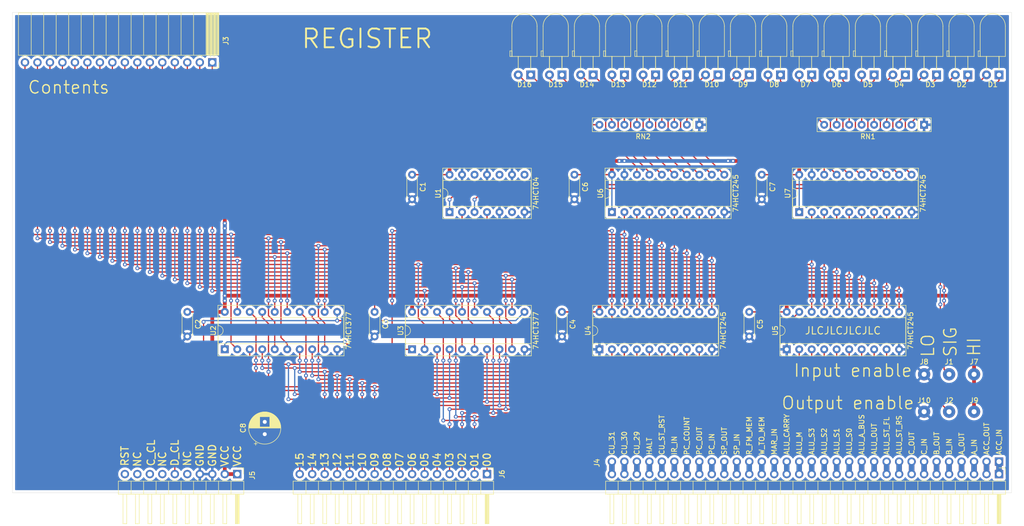
<source format=kicad_pcb>
(kicad_pcb (version 20171130) (host pcbnew "(5.1.5)-3")
  (layers (0 F.Cu signal) (31 B.Cu signal) (34 B.Paste user) (35 F.Paste user) (36 B.SilkS user) (37 F.SilkS user) (38 B.Mask user) (39 F.Mask user) (44 Edge.Cuts user))
  (net 0 "")
  (net 1 GND)
  (net 2 VCC)
  (net 3 /BUF00)
  (net 4 "Net-(D1-Pad1)")
  (net 5 /BUF01)
  (net 6 "Net-(D2-Pad1)")
  (net 7 /BUF02)
  (net 8 "Net-(D3-Pad1)")
  (net 9 /BUF03)
  (net 10 "Net-(D4-Pad1)")
  (net 11 /BUF04)
  (net 12 "Net-(D5-Pad1)")
  (net 13 /BUF05)
  (net 14 "Net-(D6-Pad1)")
  (net 15 /BUF06)
  (net 16 "Net-(D7-Pad1)")
  (net 17 /BUF07)
  (net 18 "Net-(D8-Pad1)")
  (net 19 /BUF08)
  (net 20 "Net-(D9-Pad1)")
  (net 21 /BUF09)
  (net 22 "Net-(D10-Pad1)")
  (net 23 /BUF10)
  (net 24 "Net-(D11-Pad1)")
  (net 25 /BUF11)
  (net 26 "Net-(D12-Pad1)")
  (net 27 /BUF12)
  (net 28 "Net-(D13-Pad1)")
  (net 29 /BUF13)
  (net 30 "Net-(D14-Pad1)")
  (net 31 /BUF14)
  (net 32 "Net-(D15-Pad1)")
  (net 33 /BUF15)
  (net 34 "Net-(D16-Pad1)")
  (net 35 "Net-(J1-Pad1)")
  (net 36 "Net-(J2-Pad1)")
  (net 37 /CNT15)
  (net 38 /CNT14)
  (net 39 /CNT13)
  (net 40 /CNT12)
  (net 41 /CNT11)
  (net 42 /CNT10)
  (net 43 /CNT09)
  (net 44 /CNT08)
  (net 45 /CNT07)
  (net 46 /CNT06)
  (net 47 /CNT05)
  (net 48 /CNT04)
  (net 49 /CNT03)
  (net 50 /CNT02)
  (net 51 /CNT01)
  (net 52 /CNT00)
  (net 53 "Net-(J4-Pad1)")
  (net 54 "Net-(J4-Pad4)")
  (net 55 "Net-(J4-Pad2)")
  (net 56 "Net-(J4-Pad3)")
  (net 57 "Net-(J4-Pad5)")
  (net 58 "Net-(J4-Pad7)")
  (net 59 "Net-(J4-Pad8)")
  (net 60 "Net-(J4-Pad9)")
  (net 61 "Net-(J4-Pad10)")
  (net 62 "Net-(J4-Pad16)")
  (net 63 "Net-(J4-Pad12)")
  (net 64 "Net-(J4-Pad13)")
  (net 65 "Net-(J4-Pad17)")
  (net 66 "Net-(J4-Pad20)")
  (net 67 "Net-(J4-Pad18)")
  (net 68 "Net-(J4-Pad21)")
  (net 69 "Net-(J4-Pad22)")
  (net 70 "Net-(J4-Pad23)")
  (net 71 "Net-(J4-Pad6)")
  (net 72 "Net-(J4-Pad14)")
  (net 73 "Net-(J4-Pad19)")
  (net 74 "Net-(J4-Pad24)")
  (net 75 "Net-(J4-Pad11)")
  (net 76 "Net-(J4-Pad15)")
  (net 77 "Net-(J4-Pad27)")
  (net 78 "Net-(J4-Pad28)")
  (net 79 "Net-(J4-Pad30)")
  (net 80 "Net-(J4-Pad31)")
  (net 81 "Net-(J4-Pad32)")
  (net 82 "Net-(J4-Pad26)")
  (net 83 "Net-(J4-Pad29)")
  (net 84 "Net-(J4-Pad25)")
  (net 85 "Net-(J5-Pad10)")
  (net 86 "Net-(J5-Pad9)")
  (net 87 "Net-(J5-Pad8)")
  (net 88 "Net-(J5-Pad7)")
  (net 89 /DATA_CLK)
  (net 90 "Net-(J5-Pad5)")
  (net 91 /BUS15)
  (net 92 /BUS14)
  (net 93 /BUS13)
  (net 94 /BUS12)
  (net 95 /BUS11)
  (net 96 /BUS10)
  (net 97 /BUS09)
  (net 98 /BUS08)
  (net 99 /BUS07)
  (net 100 /BUS06)
  (net 101 /BUS05)
  (net 102 /BUS04)
  (net 103 /BUS03)
  (net 104 /BUS02)
  (net 105 /BUS01)
  (net 106 /BUS00)
  (net 107 "Net-(U1-Pad6)")
  (net 108 "Net-(U1-Pad12)")
  (net 109 "Net-(U1-Pad4)")
  (net 110 "Net-(U1-Pad10)")
  (net 111 "Net-(U1-Pad2)")
  (net 112 "Net-(U1-Pad8)")
  (module eight-bit-computer:backplane-connector-annotated (layer F.Cu) (at 274.32 132.08 270)
    (fp_text reference J4 (at -2.286 81.788 90) (layer F.SilkS) (effects (font (size 1.016 1.016) (thickness 0.1778))))
    (fp_text value Control_signal_backplane)
    (fp_text user CU_29 (at -6.31 73.66 90) (layer F.SilkS) (effects (font (size 1.016 1.016) (thickness 0.1778))))
    (fp_text user HALT (at -5.681048 71.12 90) (layer F.SilkS) (effects (font (size 1.016 1.016) (thickness 0.1778))))
    (fp_text user CU_ST_RST (at -7.979143 68.58 90) (layer F.SilkS) (effects (font (size 1.016 1.016) (thickness 0.1778))))
    (fp_text user CU_31 (at -6.31 78.74 90) (layer F.SilkS) (effects (font (size 1.016 1.016) (thickness 0.1778))))
    (fp_text user CU_30 (at -6.31 76.2 90) (layer F.SilkS) (effects (font (size 1.016 1.016) (thickness 0.1778))))
    (fp_text user PC_OUT (at -6.769619 60.96 90) (layer F.SilkS) (effects (font (size 1.016 1.016) (thickness 0.1778))))
    (fp_text user SP_OUT (at -6.745428 55.88 90) (layer F.SilkS) (effects (font (size 1.016 1.016) (thickness 0.1778))))
    (fp_text user W_TO_MEM (at -7.809809 48.26 90) (layer F.SilkS) (effects (font (size 1.016 1.016) (thickness 0.1778))))
    (fp_text user ACC_OUT (at -7.205048 2.54 90) (layer F.SilkS) (effects (font (size 1.016 1.016) (thickness 0.1778))))
    (fp_text user ALU_S3 (at -6.648667 38.1 90) (layer F.SilkS) (effects (font (size 1.016 1.016) (thickness 0.1778))))
    (fp_text user ALU_A_BUS (at -8.027524 27.94 90) (layer F.SilkS) (effects (font (size 1.016 1.016) (thickness 0.1778))))
    (fp_text user ALU_ST_RS (at -7.930762 20.32 90) (layer F.SilkS) (effects (font (size 1.016 1.016) (thickness 0.1778))))
    (fp_text user ACC_IN (at -6.527714 0 90) (layer F.SilkS) (effects (font (size 1.016 1.016) (thickness 0.1778))))
    (fp_text user A_OUT (at -6.189048 7.62 90) (layer F.SilkS) (effects (font (size 1.016 1.016) (thickness 0.1778))))
    (fp_text user ALU_S1 (at -6.648667 33.02 90) (layer F.SilkS) (effects (font (size 1.016 1.016) (thickness 0.1778))))
    (fp_text user ALU_S0 (at -6.648667 30.48 90) (layer F.SilkS) (effects (font (size 1.016 1.016) (thickness 0.1778))))
    (fp_text user IR_IN (at -5.82619 66.04 90) (layer F.SilkS) (effects (font (size 1.016 1.016) (thickness 0.1778))))
    (fp_text user PC_COUNT (at -7.809809 63.5 90) (layer F.SilkS) (effects (font (size 1.016 1.016) (thickness 0.1778))))
    (fp_text user MAR_IN (at -6.600286 45.72 90) (layer F.SilkS) (effects (font (size 1.016 1.016) (thickness 0.1778))))
    (fp_text user ALU_CARRY (at -8.075905 43.18 90) (layer F.SilkS) (effects (font (size 1.016 1.016) (thickness 0.1778))))
    (fp_text user ALU_ST_FL (at -7.785619 22.86 90) (layer F.SilkS) (effects (font (size 1.016 1.016) (thickness 0.1778))))
    (fp_text user A_IN (at -5.511714 5.08 90) (layer F.SilkS) (effects (font (size 1.016 1.016) (thickness 0.1778))))
    (fp_text user ALU_S2 (at -6.648667 35.56 90) (layer F.SilkS) (effects (font (size 1.016 1.016) (thickness 0.1778))))
    (fp_text user PC_IN (at -6.092286 58.42 90) (layer F.SilkS) (effects (font (size 1.016 1.016) (thickness 0.1778))))
    (fp_text user B_OUT (at -6.261619 12.7 90) (layer F.SilkS) (effects (font (size 1.016 1.016) (thickness 0.1778))))
    (fp_text user SP_IN (at -6.068095 53.34 90) (layer F.SilkS) (effects (font (size 1.016 1.016) (thickness 0.1778))))
    (fp_text user C_OUT (at -6.261619 17.78 90) (layer F.SilkS) (effects (font (size 1.016 1.016) (thickness 0.1778))))
    (fp_text user R_FM_MEM (at -7.834 50.8 90) (layer F.SilkS) (effects (font (size 1.016 1.016) (thickness 0.1778))))
    (fp_text user ALU_M (at -6.261619 40.64 90) (layer F.SilkS) (effects (font (size 1.016 1.016) (thickness 0.1778))))
    (fp_text user ALU_OUT (at -7.132476 25.4 90) (layer F.SilkS) (effects (font (size 1.016 1.016) (thickness 0.1778))))
    (fp_text user B_IN (at -5.584286 10.16 90) (layer F.SilkS) (effects (font (size 1.016 1.016) (thickness 0.1778))))
    (fp_text user C_IN (at -5.584286 15.24 90) (layer F.SilkS) (effects (font (size 1.016 1.016) (thickness 0.1778))))
    (pad 3 thru_hole custom (at 0 5.08 270) (size 1.7 1.7) (drill 1) (layers *.Cu *.Mask) (net 56 "Net-(J4-Pad3)") (options (clearance outline) (anchor circle)) (primitives (gr_poly (pts (xy -0.508 0.508) (xy -2.032 0.508) (xy -2.032 -0.508) (xy -0.508 -0.508)) (width 0.1))))
    (pad 4 thru_hole custom (at 0 7.62 270) (size 1.7 1.7) (drill 1) (layers *.Cu *.Mask) (net 54 "Net-(J4-Pad4)") (options (clearance outline) (anchor circle)) (primitives (gr_poly (pts (xy -0.508 0.508) (xy -2.032 0.508) (xy -2.032 -0.508) (xy -0.508 -0.508)) (width 0.1))))
    (pad 5 thru_hole custom (at 0 10.16 270) (size 1.7 1.7) (drill 1) (layers *.Cu *.Mask) (net 57 "Net-(J4-Pad5)") (options (clearance outline) (anchor circle)) (primitives (gr_poly (pts (xy -0.508 0.508) (xy -2.032 0.508) (xy -2.032 -0.508) (xy -0.508 -0.508)) (width 0.1))))
    (pad 6 thru_hole custom (at 0 12.7 270) (size 1.7 1.7) (drill 1) (layers *.Cu *.Mask) (net 71 "Net-(J4-Pad6)") (options (clearance outline) (anchor circle)) (primitives (gr_poly (pts (xy -0.508 0.508) (xy -2.032 0.508) (xy -2.032 -0.508) (xy -0.508 -0.508)) (width 0.1))))
    (pad 18 thru_hole custom (at 0 43.18 270) (size 1.7 1.7) (drill 1) (layers *.Cu *.Mask) (net 67 "Net-(J4-Pad18)") (options (clearance outline) (anchor circle)) (primitives (gr_poly (pts (xy -0.508 0.508) (xy -2.032 0.508) (xy -2.032 -0.508) (xy -0.508 -0.508)) (width 0.1))))
    (pad 17 thru_hole custom (at 0 40.64 270) (size 1.7 1.7) (drill 1) (layers *.Cu *.Mask) (net 65 "Net-(J4-Pad17)") (options (clearance outline) (anchor circle)) (primitives (gr_poly (pts (xy -0.508 0.508) (xy -2.032 0.508) (xy -2.032 -0.508) (xy -0.508 -0.508)) (width 0.1))))
    (pad 16 thru_hole custom (at 0 38.1 270) (size 1.7 1.7) (drill 1) (layers *.Cu *.Mask) (net 62 "Net-(J4-Pad16)") (options (clearance outline) (anchor circle)) (primitives (gr_poly (pts (xy -0.508 0.508) (xy -2.032 0.508) (xy -2.032 -0.508) (xy -0.508 -0.508)) (width 0.1))))
    (pad 15 thru_hole custom (at 0 35.56 270) (size 1.7 1.7) (drill 1) (layers *.Cu *.Mask) (net 76 "Net-(J4-Pad15)") (options (clearance outline) (anchor circle)) (primitives (gr_poly (pts (xy -0.508 0.508) (xy -2.032 0.508) (xy -2.032 -0.508) (xy -0.508 -0.508)) (width 0.1))))
    (pad 14 thru_hole custom (at 0 33.02 270) (size 1.7 1.7) (drill 1) (layers *.Cu *.Mask) (net 72 "Net-(J4-Pad14)") (options (clearance outline) (anchor circle)) (primitives (gr_poly (pts (xy -0.508 0.508) (xy -2.032 0.508) (xy -2.032 -0.508) (xy -0.508 -0.508)) (width 0.1))))
    (pad 13 thru_hole custom (at 0 30.48 270) (size 1.7 1.7) (drill 1) (layers *.Cu *.Mask) (net 64 "Net-(J4-Pad13)") (options (clearance outline) (anchor circle)) (primitives (gr_poly (pts (xy -0.508 0.508) (xy -2.032 0.508) (xy -2.032 -0.508) (xy -0.508 -0.508)) (width 0.1))))
    (pad 12 thru_hole custom (at 0 27.94 270) (size 1.7 1.7) (drill 1) (layers *.Cu *.Mask) (net 63 "Net-(J4-Pad12)") (options (clearance outline) (anchor circle)) (primitives (gr_poly (pts (xy -0.508 0.508) (xy -2.032 0.508) (xy -2.032 -0.508) (xy -0.508 -0.508)) (width 0.1))))
    (pad 11 thru_hole custom (at 0 25.4 270) (size 1.7 1.7) (drill 1) (layers *.Cu *.Mask) (net 75 "Net-(J4-Pad11)") (options (clearance outline) (anchor circle)) (primitives (gr_poly (pts (xy -0.508 0.508) (xy -2.032 0.508) (xy -2.032 -0.508) (xy -0.508 -0.508)) (width 0.1))))
    (pad 10 thru_hole custom (at 0 22.86 270) (size 1.7 1.7) (drill 1) (layers *.Cu *.Mask) (net 61 "Net-(J4-Pad10)") (options (clearance outline) (anchor circle)) (primitives (gr_poly (pts (xy -0.508 0.508) (xy -2.032 0.508) (xy -2.032 -0.508) (xy -0.508 -0.508)) (width 0.1))))
    (pad 9 thru_hole custom (at 0 20.32 270) (size 1.7 1.7) (drill 1) (layers *.Cu *.Mask) (net 60 "Net-(J4-Pad9)") (options (clearance outline) (anchor circle)) (primitives (gr_poly (pts (xy -0.508 0.508) (xy -2.032 0.508) (xy -2.032 -0.508) (xy -0.508 -0.508)) (width 0.1))))
    (pad 8 thru_hole custom (at 0 17.78 270) (size 1.7 1.7) (drill 1) (layers *.Cu *.Mask) (net 59 "Net-(J4-Pad8)") (options (clearance outline) (anchor circle)) (primitives (gr_poly (pts (xy -0.508 0.508) (xy -2.032 0.508) (xy -2.032 -0.508) (xy -0.508 -0.508)) (width 0.1))))
    (pad 7 thru_hole custom (at 0 15.24 270) (size 1.7 1.7) (drill 1) (layers *.Cu *.Mask) (net 58 "Net-(J4-Pad7)") (options (clearance outline) (anchor circle)) (primitives (gr_poly (pts (xy -0.508 0.508) (xy -2.032 0.508) (xy -2.032 -0.508) (xy -0.508 -0.508)) (width 0.1))))
    (pad 19 thru_hole custom (at 0 45.72 270) (size 1.7 1.7) (drill 1) (layers *.Cu *.Mask) (net 73 "Net-(J4-Pad19)") (options (clearance outline) (anchor circle)) (primitives (gr_poly (pts (xy -0.508 0.508) (xy -2.032 0.508) (xy -2.032 -0.508) (xy -0.508 -0.508)) (width 0.1))))
    (pad 20 thru_hole custom (at 0 48.26 270) (size 1.7 1.7) (drill 1) (layers *.Cu *.Mask) (net 66 "Net-(J4-Pad20)") (options (clearance outline) (anchor circle)) (primitives (gr_poly (pts (xy -0.508 0.508) (xy -2.032 0.508) (xy -2.032 -0.508) (xy -0.508 -0.508)) (width 0.1))))
    (pad 21 thru_hole custom (at 0 50.8 270) (size 1.7 1.7) (drill 1) (layers *.Cu *.Mask) (net 68 "Net-(J4-Pad21)") (options (clearance outline) (anchor circle)) (primitives (gr_poly (pts (xy -0.508 0.508) (xy -2.032 0.508) (xy -2.032 -0.508) (xy -0.508 -0.508)) (width 0.1))))
    (pad 22 thru_hole custom (at 0 53.34 270) (size 1.7 1.7) (drill 1) (layers *.Cu *.Mask) (net 69 "Net-(J4-Pad22)") (options (clearance outline) (anchor circle)) (primitives (gr_poly (pts (xy -0.508 0.508) (xy -2.032 0.508) (xy -2.032 -0.508) (xy -0.508 -0.508)) (width 0.1))))
    (pad 23 thru_hole custom (at 0 55.88 270) (size 1.7 1.7) (drill 1) (layers *.Cu *.Mask) (net 70 "Net-(J4-Pad23)") (options (clearance outline) (anchor circle)) (primitives (gr_poly (pts (xy -0.508 0.508) (xy -2.032 0.508) (xy -2.032 -0.508) (xy -0.508 -0.508)) (width 0.1))))
    (pad 24 thru_hole custom (at 0 58.42 270) (size 1.7 1.7) (drill 1) (layers *.Cu *.Mask) (net 74 "Net-(J4-Pad24)") (options (clearance outline) (anchor circle)) (primitives (gr_poly (pts (xy -0.508 0.508) (xy -2.032 0.508) (xy -2.032 -0.508) (xy -0.508 -0.508)) (width 0.1))))
    (pad 25 thru_hole custom (at 0 60.96 270) (size 1.7 1.7) (drill 1) (layers *.Cu *.Mask) (net 84 "Net-(J4-Pad25)") (options (clearance outline) (anchor circle)) (primitives (gr_poly (pts (xy -0.508 0.508) (xy -2.032 0.508) (xy -2.032 -0.508) (xy -0.508 -0.508)) (width 0.1))))
    (pad 26 thru_hole custom (at 0 63.5 270) (size 1.7 1.7) (drill 1) (layers *.Cu *.Mask) (net 82 "Net-(J4-Pad26)") (options (clearance outline) (anchor circle)) (primitives (gr_poly (pts (xy -0.508 0.508) (xy -2.032 0.508) (xy -2.032 -0.508) (xy -0.508 -0.508)) (width 0.1))))
    (pad 27 thru_hole custom (at 0 66.04 270) (size 1.7 1.7) (drill 1) (layers *.Cu *.Mask) (net 77 "Net-(J4-Pad27)") (options (clearance outline) (anchor circle)) (primitives (gr_poly (pts (xy -0.508 0.508) (xy -2.032 0.508) (xy -2.032 -0.508) (xy -0.508 -0.508)) (width 0.1))))
    (pad 28 thru_hole custom (at 0 68.58 270) (size 1.7 1.7) (drill 1) (layers *.Cu *.Mask) (net 78 "Net-(J4-Pad28)") (options (clearance outline) (anchor circle)) (primitives (gr_poly (pts (xy -0.508 0.508) (xy -2.032 0.508) (xy -2.032 -0.508) (xy -0.508 -0.508)) (width 0.1))))
    (pad 29 thru_hole custom (at 0 71.12 270) (size 1.7 1.7) (drill 1) (layers *.Cu *.Mask) (net 83 "Net-(J4-Pad29)") (options (clearance outline) (anchor circle)) (primitives (gr_poly (pts (xy -0.508 0.508) (xy -2.032 0.508) (xy -2.032 -0.508) (xy -0.508 -0.508)) (width 0.1))))
    (pad 30 thru_hole custom (at 0 73.66 270) (size 1.7 1.7) (drill 1) (layers *.Cu *.Mask) (net 79 "Net-(J4-Pad30)") (options (clearance outline) (anchor circle)) (primitives (gr_poly (pts (xy -0.508 0.508) (xy -2.032 0.508) (xy -2.032 -0.508) (xy -0.508 -0.508)) (width 0.1))))
    (pad 31 thru_hole custom (at 0 76.2 270) (size 1.7 1.7) (drill 1) (layers *.Cu *.Mask) (net 80 "Net-(J4-Pad31)") (options (clearance outline) (anchor circle)) (primitives (gr_poly (pts (xy -0.508 0.508) (xy -2.032 0.508) (xy -2.032 -0.508) (xy -0.508 -0.508)) (width 0.1))))
    (pad 32 thru_hole custom (at 0 78.74 270) (size 1.7 1.7) (drill 1) (layers *.Cu *.Mask) (net 81 "Net-(J4-Pad32)") (options (clearance outline) (anchor circle)) (primitives (gr_poly (pts (xy -0.508 0.508) (xy -2.032 0.508) (xy -2.032 -0.508) (xy -0.508 -0.508)) (width 0.1))))
    (pad 2 thru_hole custom (at 0 2.54 270) (size 1.7 1.7) (drill 1) (layers *.Cu *.Mask) (net 55 "Net-(J4-Pad2)") (options (clearance outline) (anchor circle)) (primitives (gr_poly (pts (xy -0.508 0.508) (xy -2.032 0.508) (xy -2.032 -0.508) (xy -0.508 -0.508)) (width 0.1))))
    (pad 25 thru_hole oval (at -2.54 60.96 270) (size 1.7 1.7) (drill 1) (layers *.Cu *.Mask) (net 84 "Net-(J4-Pad25)"))
    (pad 29 thru_hole oval (at -2.54 71.12 270) (size 1.7 1.7) (drill 1) (layers *.Cu *.Mask) (net 83 "Net-(J4-Pad29)"))
    (pad 26 thru_hole oval (at -2.54 63.5 270) (size 1.7 1.7) (drill 1) (layers *.Cu *.Mask) (net 82 "Net-(J4-Pad26)"))
    (pad 32 thru_hole oval (at -2.54 78.74 270) (size 1.7 1.7) (drill 1) (layers *.Cu *.Mask) (net 81 "Net-(J4-Pad32)"))
    (pad 31 thru_hole oval (at -2.54 76.2 270) (size 1.7 1.7) (drill 1) (layers *.Cu *.Mask) (net 80 "Net-(J4-Pad31)"))
    (pad 30 thru_hole oval (at -2.54 73.66 270) (size 1.7 1.7) (drill 1) (layers *.Cu *.Mask) (net 79 "Net-(J4-Pad30)"))
    (pad 28 thru_hole oval (at -2.54 68.58 270) (size 1.7 1.7) (drill 1) (layers *.Cu *.Mask) (net 78 "Net-(J4-Pad28)"))
    (pad 27 thru_hole oval (at -2.54 66.04 270) (size 1.7 1.7) (drill 1) (layers *.Cu *.Mask) (net 77 "Net-(J4-Pad27)"))
    (pad 15 thru_hole oval (at -2.54 35.56 270) (size 1.7 1.7) (drill 1) (layers *.Cu *.Mask) (net 76 "Net-(J4-Pad15)"))
    (pad 11 thru_hole oval (at -2.54 25.4 270) (size 1.7 1.7) (drill 1) (layers *.Cu *.Mask) (net 75 "Net-(J4-Pad11)"))
    (pad 24 thru_hole oval (at -2.54 58.42 270) (size 1.7 1.7) (drill 1) (layers *.Cu *.Mask) (net 74 "Net-(J4-Pad24)"))
    (pad 19 thru_hole oval (at -2.54 45.72 270) (size 1.7 1.7) (drill 1) (layers *.Cu *.Mask) (net 73 "Net-(J4-Pad19)"))
    (pad 14 thru_hole oval (at -2.54 33.02 270) (size 1.7 1.7) (drill 1) (layers *.Cu *.Mask) (net 72 "Net-(J4-Pad14)"))
    (pad 6 thru_hole oval (at -2.54 12.7 270) (size 1.7 1.7) (drill 1) (layers *.Cu *.Mask) (net 71 "Net-(J4-Pad6)"))
    (pad 23 thru_hole oval (at -2.54 55.88 270) (size 1.7 1.7) (drill 1) (layers *.Cu *.Mask) (net 70 "Net-(J4-Pad23)"))
    (pad 22 thru_hole oval (at -2.54 53.34 270) (size 1.7 1.7) (drill 1) (layers *.Cu *.Mask) (net 69 "Net-(J4-Pad22)"))
    (pad 21 thru_hole oval (at -2.54 50.8 270) (size 1.7 1.7) (drill 1) (layers *.Cu *.Mask) (net 68 "Net-(J4-Pad21)"))
    (pad 18 thru_hole oval (at -2.54 43.18 270) (size 1.7 1.7) (drill 1) (layers *.Cu *.Mask) (net 67 "Net-(J4-Pad18)"))
    (pad 20 thru_hole oval (at -2.54 48.26 270) (size 1.7 1.7) (drill 1) (layers *.Cu *.Mask) (net 66 "Net-(J4-Pad20)"))
    (pad 17 thru_hole oval (at -2.54 40.64 270) (size 1.7 1.7) (drill 1) (layers *.Cu *.Mask) (net 65 "Net-(J4-Pad17)"))
    (pad 13 thru_hole oval (at -2.54 30.48 270) (size 1.7 1.7) (drill 1) (layers *.Cu *.Mask) (net 64 "Net-(J4-Pad13)"))
    (pad 12 thru_hole oval (at -2.54 27.94 270) (size 1.7 1.7) (drill 1) (layers *.Cu *.Mask) (net 63 "Net-(J4-Pad12)"))
    (pad 16 thru_hole oval (at -2.54 38.1 270) (size 1.7 1.7) (drill 1) (layers *.Cu *.Mask) (net 62 "Net-(J4-Pad16)"))
    (pad 10 thru_hole oval (at -2.54 22.86 270) (size 1.7 1.7) (drill 1) (layers *.Cu *.Mask) (net 61 "Net-(J4-Pad10)"))
    (pad 9 thru_hole oval (at -2.54 20.32 270) (size 1.7 1.7) (drill 1) (layers *.Cu *.Mask) (net 60 "Net-(J4-Pad9)"))
    (pad 8 thru_hole oval (at -2.54 17.78 270) (size 1.7 1.7) (drill 1) (layers *.Cu *.Mask) (net 59 "Net-(J4-Pad8)"))
    (pad 7 thru_hole oval (at -2.54 15.24 270) (size 1.7 1.7) (drill 1) (layers *.Cu *.Mask) (net 58 "Net-(J4-Pad7)"))
    (pad 5 thru_hole oval (at -2.54 10.16 270) (size 1.7 1.7) (drill 1) (layers *.Cu *.Mask) (net 57 "Net-(J4-Pad5)"))
    (pad 3 thru_hole oval (at -2.54 5.08 270) (size 1.7 1.7) (drill 1) (layers *.Cu *.Mask) (net 56 "Net-(J4-Pad3)"))
    (pad 2 thru_hole oval (at -2.54 2.54 270) (size 1.7 1.7) (drill 1) (layers *.Cu *.Mask) (net 55 "Net-(J4-Pad2)"))
    (pad 4 thru_hole oval (at -2.54 7.62 270) (size 1.7 1.7) (drill 1) (layers *.Cu *.Mask) (net 54 "Net-(J4-Pad4)"))
    (pad 1 thru_hole custom (at 0 0 270) (size 1.7 1.7) (drill 1) (layers *.Cu *.Mask) (net 53 "Net-(J4-Pad1)") (options (clearance outline) (anchor rect)) (primitives (gr_poly (pts (xy -0.762 0.508) (xy -1.778 0.508) (xy -1.778 -0.508) (xy -0.762 -0.508)) (width 0.1))))
    (pad 1 thru_hole rect (at -2.54 0 270) (size 1.7 1.7) (drill 1) (layers *.Cu *.Mask) (net 53 "Net-(J4-Pad1)"))
  )
  (module eight-bit-computer:aux-connection (layer F.Cu) (at 119.38 132.08 270)
    (fp_text reference J5 (at 0.254 -3.048 90) (layer F.SilkS) (effects (font (size 1.016 1.016) (thickness 0.1778))))
    (fp_text value Aux_connection)
    (fp_text user RST (at -3.683 22.86 90) (layer F.SilkS) (effects (font (size 1.5 1.5) (thickness 0.25))))
    (fp_text user C_CL (at -4.318 17.526 90) (layer F.SilkS) (effects (font (size 1.5 1.5) (thickness 0.25))))
    (fp_text user D_CL (at -4.318 12.7 90) (layer F.SilkS) (effects (font (size 1.5 1.5) (thickness 0.25))))
    (fp_text user NC (at -3.048 20.32 90) (layer F.SilkS) (effects (font (size 1.5 1.5) (thickness 0.25))))
    (fp_text user NC (at -3.048 15.24 90) (layer F.SilkS) (effects (font (size 1.5 1.5) (thickness 0.25))))
    (fp_text user NC (at -3.175 10.16 90) (layer F.SilkS) (effects (font (size 1.5 1.5) (thickness 0.25))))
    (fp_text user GND (at -3.81 7.62 90) (layer F.SilkS) (effects (font (size 1.5 1.5) (thickness 0.25))))
    (fp_text user GND (at -3.81 5.08 90) (layer F.SilkS) (effects (font (size 1.5 1.5) (thickness 0.25))))
    (fp_text user VCC (at -3.683 2.54 90) (layer F.SilkS) (effects (font (size 1.5 1.5) (thickness 0.25))))
    (fp_text user VCC (at -3.683 0 90) (layer F.SilkS) (effects (font (size 1.5 1.5) (thickness 0.25))))
    (pad 10 thru_hole oval (at 0 22.86 270) (size 1.7 1.7) (drill 1) (layers *.Cu *.Mask) (net 85 "Net-(J5-Pad10)"))
    (pad 9 thru_hole oval (at 0 20.32 270) (size 1.7 1.7) (drill 1) (layers *.Cu *.Mask) (net 86 "Net-(J5-Pad9)"))
    (pad 8 thru_hole oval (at 0 17.78 270) (size 1.7 1.7) (drill 1) (layers *.Cu *.Mask) (net 87 "Net-(J5-Pad8)"))
    (pad 7 thru_hole oval (at 0 15.24 270) (size 1.7 1.7) (drill 1) (layers *.Cu *.Mask) (net 88 "Net-(J5-Pad7)"))
    (pad 6 thru_hole oval (at 0 12.7 270) (size 1.7 1.7) (drill 1) (layers *.Cu *.Mask) (net 89 /DATA_CLK))
    (pad 5 thru_hole oval (at 0 10.16 270) (size 1.7 1.7) (drill 1) (layers *.Cu *.Mask) (net 90 "Net-(J5-Pad5)"))
    (pad 4 thru_hole oval (at 0 7.62 270) (size 1.7 1.7) (drill 1) (layers *.Cu *.Mask) (net 1 GND))
    (pad 3 thru_hole oval (at 0 5.08 270) (size 1.7 1.7) (drill 1) (layers *.Cu *.Mask) (net 1 GND))
    (pad 2 thru_hole oval (at 0 2.54 270) (size 1.7 1.7) (drill 1) (layers *.Cu *.Mask) (net 2 VCC))
    (pad 1 thru_hole rect (at 0 0 270) (size 1.7 1.7) (drill 1) (layers *.Cu *.Mask) (net 2 VCC))
  )
  (module eight-bit-computer:bus-connection (layer F.Cu) (at 170.18 132.08 270)
    (fp_text reference J6 (at 0 -3.048 90) (layer F.SilkS) (effects (font (size 1.016 1.016) (thickness 0.1778))))
    (fp_text value Bus_connection)
    (fp_text user 15 (at -2.921 38.1 90) (layer F.SilkS) (effects (font (size 1.5 1.5) (thickness 0.25))))
    (fp_text user 14 (at -2.921 35.56 90) (layer F.SilkS) (effects (font (size 1.5 1.5) (thickness 0.25))))
    (fp_text user 13 (at -2.921 33.02 90) (layer F.SilkS) (effects (font (size 1.5 1.5) (thickness 0.25))))
    (fp_text user 12 (at -2.921 30.48 90) (layer F.SilkS) (effects (font (size 1.5 1.5) (thickness 0.25))))
    (fp_text user 11 (at -2.921 27.94 90) (layer F.SilkS) (effects (font (size 1.5 1.5) (thickness 0.25))))
    (fp_text user 10 (at -2.921 25.4 90) (layer F.SilkS) (effects (font (size 1.5 1.5) (thickness 0.25))))
    (fp_text user 09 (at -2.921 22.86 90) (layer F.SilkS) (effects (font (size 1.5 1.5) (thickness 0.25))))
    (fp_text user 08 (at -2.921 20.32 90) (layer F.SilkS) (effects (font (size 1.5 1.5) (thickness 0.25))))
    (fp_text user 07 (at -2.921 17.78 90) (layer F.SilkS) (effects (font (size 1.5 1.5) (thickness 0.25))))
    (fp_text user 06 (at -2.921 15.24 90) (layer F.SilkS) (effects (font (size 1.5 1.5) (thickness 0.25))))
    (fp_text user 05 (at -2.921 12.7 90) (layer F.SilkS) (effects (font (size 1.5 1.5) (thickness 0.25))))
    (fp_text user 04 (at -2.921 10.16 90) (layer F.SilkS) (effects (font (size 1.5 1.5) (thickness 0.25))))
    (fp_text user 03 (at -2.921 7.62 90) (layer F.SilkS) (effects (font (size 1.5 1.5) (thickness 0.25))))
    (fp_text user 02 (at -2.921 5.08 270) (layer F.SilkS) (effects (font (size 1.5 1.5) (thickness 0.25))))
    (fp_text user 01 (at -2.921 2.54 270) (layer F.SilkS) (effects (font (size 1.5 1.5) (thickness 0.25))))
    (fp_text user 00 (at -2.921 0 270) (layer F.SilkS) (effects (font (size 1.5 1.5) (thickness 0.25))))
    (pad 16 thru_hole oval (at 0 38.1 270) (size 1.7 1.7) (drill 1) (layers *.Cu *.Mask) (net 91 /BUS15))
    (pad 15 thru_hole oval (at 0 35.56 270) (size 1.7 1.7) (drill 1) (layers *.Cu *.Mask) (net 92 /BUS14))
    (pad 14 thru_hole oval (at 0 33.02 270) (size 1.7 1.7) (drill 1) (layers *.Cu *.Mask) (net 93 /BUS13))
    (pad 13 thru_hole oval (at 0 30.48 270) (size 1.7 1.7) (drill 1) (layers *.Cu *.Mask) (net 94 /BUS12))
    (pad 12 thru_hole oval (at 0 27.94 270) (size 1.7 1.7) (drill 1) (layers *.Cu *.Mask) (net 95 /BUS11))
    (pad 11 thru_hole oval (at 0 25.4 270) (size 1.7 1.7) (drill 1) (layers *.Cu *.Mask) (net 96 /BUS10))
    (pad 10 thru_hole oval (at 0 22.86 270) (size 1.7 1.7) (drill 1) (layers *.Cu *.Mask) (net 97 /BUS09))
    (pad 9 thru_hole oval (at 0 20.32 270) (size 1.7 1.7) (drill 1) (layers *.Cu *.Mask) (net 98 /BUS08))
    (pad 8 thru_hole oval (at 0 17.78 270) (size 1.7 1.7) (drill 1) (layers *.Cu *.Mask) (net 99 /BUS07))
    (pad 7 thru_hole oval (at 0 15.24 270) (size 1.7 1.7) (drill 1) (layers *.Cu *.Mask) (net 100 /BUS06))
    (pad 6 thru_hole oval (at 0 12.7 270) (size 1.7 1.7) (drill 1) (layers *.Cu *.Mask) (net 101 /BUS05))
    (pad 5 thru_hole oval (at 0 10.16 270) (size 1.7 1.7) (drill 1) (layers *.Cu *.Mask) (net 102 /BUS04))
    (pad 4 thru_hole oval (at 0 7.62 270) (size 1.7 1.7) (drill 1) (layers *.Cu *.Mask) (net 103 /BUS03))
    (pad 3 thru_hole oval (at 0 5.08 270) (size 1.7 1.7) (drill 1) (layers *.Cu *.Mask) (net 104 /BUS02))
    (pad 2 thru_hole oval (at 0 2.54 270) (size 1.7 1.7) (drill 1) (layers *.Cu *.Mask) (net 105 /BUS01))
    (pad 1 thru_hole rect (at 0 0 270) (size 1.7 1.7) (drill 1) (layers *.Cu *.Mask) (net 106 /BUS00))
  )
  (module Capacitor_THT:CP_Radial_D6.3mm_P2.50mm (layer F.Cu) (at 124.968 123.952 90)
    (fp_text reference C8 (at 1.25 -4.4 90) (layer F.SilkS) (effects (font (size 1.016 1.016) (thickness 0.1778))))
    (fp_text value 330uF)
    (pad 1 thru_hole rect (at 0 0 90) (size 1.6 1.6) (drill 0.8) (layers *.Cu *.Mask) (net 2 VCC))
    (pad 2 thru_hole circle (at 2.5 0 90) (size 1.6 1.6) (drill 0.8) (layers *.Cu *.Mask) (net 1 GND))
  )
  (module eight-bit-computer:LED_D5.0mm_Horizontal_O3.81mm_Z3.0mm (layer F.Cu) (at 179.07 50.8 180)
    (fp_text reference D16 (at 1.27 -1.96) (layer F.SilkS) (effects (font (size 1.016 1.016) (thickness 0.1778))))
    (fp_text value LED)
    (pad 1 thru_hole rect (at 0 0 180) (size 1.8 1.8) (drill 0.9) (layers *.Cu *.Mask) (net 34 "Net-(D16-Pad1)"))
    (pad 2 thru_hole circle (at 2.54 0 180) (size 1.8 1.8) (drill 0.9) (layers *.Cu *.Mask) (net 33 /BUF15))
  )
  (module eight-bit-computer:LED_D5.0mm_Horizontal_O3.81mm_Z3.0mm (layer F.Cu) (at 185.42 50.8 180)
    (fp_text reference D15 (at 1.27 -1.96) (layer F.SilkS) (effects (font (size 1.016 1.016) (thickness 0.1778))))
    (fp_text value LED)
    (pad 1 thru_hole rect (at 0 0 180) (size 1.8 1.8) (drill 0.9) (layers *.Cu *.Mask) (net 32 "Net-(D15-Pad1)"))
    (pad 2 thru_hole circle (at 2.54 0 180) (size 1.8 1.8) (drill 0.9) (layers *.Cu *.Mask) (net 31 /BUF14))
  )
  (module eight-bit-computer:LED_D5.0mm_Horizontal_O3.81mm_Z3.0mm (layer F.Cu) (at 191.77 50.8 180)
    (fp_text reference D14 (at 1.27 -1.96) (layer F.SilkS) (effects (font (size 1.016 1.016) (thickness 0.1778))))
    (fp_text value LED)
    (pad 1 thru_hole rect (at 0 0 180) (size 1.8 1.8) (drill 0.9) (layers *.Cu *.Mask) (net 30 "Net-(D14-Pad1)"))
    (pad 2 thru_hole circle (at 2.54 0 180) (size 1.8 1.8) (drill 0.9) (layers *.Cu *.Mask) (net 29 /BUF13))
  )
  (module eight-bit-computer:LED_D5.0mm_Horizontal_O3.81mm_Z3.0mm (layer F.Cu) (at 198.12 50.8 180)
    (fp_text reference D13 (at 1.27 -1.96) (layer F.SilkS) (effects (font (size 1.016 1.016) (thickness 0.1778))))
    (fp_text value LED)
    (pad 1 thru_hole rect (at 0 0 180) (size 1.8 1.8) (drill 0.9) (layers *.Cu *.Mask) (net 28 "Net-(D13-Pad1)"))
    (pad 2 thru_hole circle (at 2.54 0 180) (size 1.8 1.8) (drill 0.9) (layers *.Cu *.Mask) (net 27 /BUF12))
  )
  (module eight-bit-computer:LED_D5.0mm_Horizontal_O3.81mm_Z3.0mm (layer F.Cu) (at 204.47 50.8 180)
    (fp_text reference D12 (at 1.27 -1.96) (layer F.SilkS) (effects (font (size 1.016 1.016) (thickness 0.1778))))
    (fp_text value LED)
    (pad 1 thru_hole rect (at 0 0 180) (size 1.8 1.8) (drill 0.9) (layers *.Cu *.Mask) (net 26 "Net-(D12-Pad1)"))
    (pad 2 thru_hole circle (at 2.54 0 180) (size 1.8 1.8) (drill 0.9) (layers *.Cu *.Mask) (net 25 /BUF11))
  )
  (module eight-bit-computer:LED_D5.0mm_Horizontal_O3.81mm_Z3.0mm (layer F.Cu) (at 210.82 50.8 180)
    (fp_text reference D11 (at 1.27 -1.96) (layer F.SilkS) (effects (font (size 1.016 1.016) (thickness 0.1778))))
    (fp_text value LED)
    (pad 1 thru_hole rect (at 0 0 180) (size 1.8 1.8) (drill 0.9) (layers *.Cu *.Mask) (net 24 "Net-(D11-Pad1)"))
    (pad 2 thru_hole circle (at 2.54 0 180) (size 1.8 1.8) (drill 0.9) (layers *.Cu *.Mask) (net 23 /BUF10))
  )
  (module eight-bit-computer:LED_D5.0mm_Horizontal_O3.81mm_Z3.0mm (layer F.Cu) (at 217.17 50.8 180)
    (fp_text reference D10 (at 1.27 -1.96) (layer F.SilkS) (effects (font (size 1.016 1.016) (thickness 0.1778))))
    (fp_text value LED)
    (pad 1 thru_hole rect (at 0 0 180) (size 1.8 1.8) (drill 0.9) (layers *.Cu *.Mask) (net 22 "Net-(D10-Pad1)"))
    (pad 2 thru_hole circle (at 2.54 0 180) (size 1.8 1.8) (drill 0.9) (layers *.Cu *.Mask) (net 21 /BUF09))
  )
  (module eight-bit-computer:LED_D5.0mm_Horizontal_O3.81mm_Z3.0mm (layer F.Cu) (at 223.52 50.8 180)
    (fp_text reference D9 (at 1.27 -1.96) (layer F.SilkS) (effects (font (size 1.016 1.016) (thickness 0.1778))))
    (fp_text value LED)
    (pad 1 thru_hole rect (at 0 0 180) (size 1.8 1.8) (drill 0.9) (layers *.Cu *.Mask) (net 20 "Net-(D9-Pad1)"))
    (pad 2 thru_hole circle (at 2.54 0 180) (size 1.8 1.8) (drill 0.9) (layers *.Cu *.Mask) (net 19 /BUF08))
  )
  (module eight-bit-computer:LED_D5.0mm_Horizontal_O3.81mm_Z3.0mm (layer F.Cu) (at 229.87 50.8 180)
    (fp_text reference D8 (at 1.27 -1.96) (layer F.SilkS) (effects (font (size 1.016 1.016) (thickness 0.1778))))
    (fp_text value LED)
    (pad 1 thru_hole rect (at 0 0 180) (size 1.8 1.8) (drill 0.9) (layers *.Cu *.Mask) (net 18 "Net-(D8-Pad1)"))
    (pad 2 thru_hole circle (at 2.54 0 180) (size 1.8 1.8) (drill 0.9) (layers *.Cu *.Mask) (net 17 /BUF07))
  )
  (module eight-bit-computer:LED_D5.0mm_Horizontal_O3.81mm_Z3.0mm (layer F.Cu) (at 236.22 50.8 180)
    (fp_text reference D7 (at 1.27 -1.96) (layer F.SilkS) (effects (font (size 1.016 1.016) (thickness 0.1778))))
    (fp_text value LED)
    (pad 1 thru_hole rect (at 0 0 180) (size 1.8 1.8) (drill 0.9) (layers *.Cu *.Mask) (net 16 "Net-(D7-Pad1)"))
    (pad 2 thru_hole circle (at 2.54 0 180) (size 1.8 1.8) (drill 0.9) (layers *.Cu *.Mask) (net 15 /BUF06))
  )
  (module eight-bit-computer:LED_D5.0mm_Horizontal_O3.81mm_Z3.0mm (layer F.Cu) (at 242.57 50.8 180)
    (fp_text reference D6 (at 1.27 -1.96) (layer F.SilkS) (effects (font (size 1.016 1.016) (thickness 0.1778))))
    (fp_text value LED)
    (pad 1 thru_hole rect (at 0 0 180) (size 1.8 1.8) (drill 0.9) (layers *.Cu *.Mask) (net 14 "Net-(D6-Pad1)"))
    (pad 2 thru_hole circle (at 2.54 0 180) (size 1.8 1.8) (drill 0.9) (layers *.Cu *.Mask) (net 13 /BUF05))
  )
  (module eight-bit-computer:LED_D5.0mm_Horizontal_O3.81mm_Z3.0mm (layer F.Cu) (at 248.92 50.8 180)
    (fp_text reference D5 (at 1.27 -1.96) (layer F.SilkS) (effects (font (size 1.016 1.016) (thickness 0.1778))))
    (fp_text value LED)
    (pad 1 thru_hole rect (at 0 0 180) (size 1.8 1.8) (drill 0.9) (layers *.Cu *.Mask) (net 12 "Net-(D5-Pad1)"))
    (pad 2 thru_hole circle (at 2.54 0 180) (size 1.8 1.8) (drill 0.9) (layers *.Cu *.Mask) (net 11 /BUF04))
  )
  (module eight-bit-computer:LED_D5.0mm_Horizontal_O3.81mm_Z3.0mm (layer F.Cu) (at 255.27 50.8 180)
    (fp_text reference D4 (at 1.27 -1.96) (layer F.SilkS) (effects (font (size 1.016 1.016) (thickness 0.1778))))
    (fp_text value LED)
    (pad 1 thru_hole rect (at 0 0 180) (size 1.8 1.8) (drill 0.9) (layers *.Cu *.Mask) (net 10 "Net-(D4-Pad1)"))
    (pad 2 thru_hole circle (at 2.54 0 180) (size 1.8 1.8) (drill 0.9) (layers *.Cu *.Mask) (net 9 /BUF03))
  )
  (module eight-bit-computer:LED_D5.0mm_Horizontal_O3.81mm_Z3.0mm (layer F.Cu) (at 261.62 50.8 180)
    (fp_text reference D3 (at 1.27 -1.96) (layer F.SilkS) (effects (font (size 1.016 1.016) (thickness 0.1778))))
    (fp_text value LED)
    (pad 1 thru_hole rect (at 0 0 180) (size 1.8 1.8) (drill 0.9) (layers *.Cu *.Mask) (net 8 "Net-(D3-Pad1)"))
    (pad 2 thru_hole circle (at 2.54 0 180) (size 1.8 1.8) (drill 0.9) (layers *.Cu *.Mask) (net 7 /BUF02))
  )
  (module eight-bit-computer:LED_D5.0mm_Horizontal_O3.81mm_Z3.0mm (layer F.Cu) (at 267.97 50.8 180)
    (fp_text reference D2 (at 1.27 -1.96) (layer F.SilkS) (effects (font (size 1.016 1.016) (thickness 0.1778))))
    (fp_text value LED)
    (pad 1 thru_hole rect (at 0 0 180) (size 1.8 1.8) (drill 0.9) (layers *.Cu *.Mask) (net 6 "Net-(D2-Pad1)"))
    (pad 2 thru_hole circle (at 2.54 0 180) (size 1.8 1.8) (drill 0.9) (layers *.Cu *.Mask) (net 5 /BUF01))
  )
  (module eight-bit-computer:LED_D5.0mm_Horizontal_O3.81mm_Z3.0mm (layer F.Cu) (at 274.32 50.8 180)
    (fp_text reference D1 (at 1.27 -1.96) (layer F.SilkS) (effects (font (size 1.016 1.016) (thickness 0.1778))))
    (fp_text value LED)
    (pad 1 thru_hole rect (at 0 0 180) (size 1.8 1.8) (drill 0.9) (layers *.Cu *.Mask) (net 4 "Net-(D1-Pad1)"))
    (pad 2 thru_hole circle (at 2.54 0 180) (size 1.8 1.8) (drill 0.9) (layers *.Cu *.Mask) (net 3 /BUF00))
  )
  (module Package_DIP:DIP-20_W7.62mm_Socket (layer F.Cu) (at 233.68 78.74 90)
    (fp_text reference U7 (at 3.81 -2.33 90) (layer F.SilkS) (effects (font (size 1.016 1.016) (thickness 0.1778))))
    (fp_text value 74HCT245 (at 3.81 25.19 90) (layer F.SilkS) (effects (font (size 1.016 1.016) (thickness 0.1778))))
    (pad 1 thru_hole rect (at 0 0 90) (size 1.6 1.6) (drill 0.8) (layers *.Cu *.Mask) (net 2 VCC))
    (pad 11 thru_hole oval (at 7.62 22.86 90) (size 1.6 1.6) (drill 0.8) (layers *.Cu *.Mask) (net 3 /BUF00))
    (pad 2 thru_hole oval (at 0 2.54 90) (size 1.6 1.6) (drill 0.8) (layers *.Cu *.Mask) (net 45 /CNT07))
    (pad 12 thru_hole oval (at 7.62 20.32 90) (size 1.6 1.6) (drill 0.8) (layers *.Cu *.Mask) (net 5 /BUF01))
    (pad 3 thru_hole oval (at 0 5.08 90) (size 1.6 1.6) (drill 0.8) (layers *.Cu *.Mask) (net 46 /CNT06))
    (pad 13 thru_hole oval (at 7.62 17.78 90) (size 1.6 1.6) (drill 0.8) (layers *.Cu *.Mask) (net 7 /BUF02))
    (pad 4 thru_hole oval (at 0 7.62 90) (size 1.6 1.6) (drill 0.8) (layers *.Cu *.Mask) (net 47 /CNT05))
    (pad 14 thru_hole oval (at 7.62 15.24 90) (size 1.6 1.6) (drill 0.8) (layers *.Cu *.Mask) (net 9 /BUF03))
    (pad 5 thru_hole oval (at 0 10.16 90) (size 1.6 1.6) (drill 0.8) (layers *.Cu *.Mask) (net 48 /CNT04))
    (pad 15 thru_hole oval (at 7.62 12.7 90) (size 1.6 1.6) (drill 0.8) (layers *.Cu *.Mask) (net 11 /BUF04))
    (pad 6 thru_hole oval (at 0 12.7 90) (size 1.6 1.6) (drill 0.8) (layers *.Cu *.Mask) (net 49 /CNT03))
    (pad 16 thru_hole oval (at 7.62 10.16 90) (size 1.6 1.6) (drill 0.8) (layers *.Cu *.Mask) (net 13 /BUF05))
    (pad 7 thru_hole oval (at 0 15.24 90) (size 1.6 1.6) (drill 0.8) (layers *.Cu *.Mask) (net 50 /CNT02))
    (pad 17 thru_hole oval (at 7.62 7.62 90) (size 1.6 1.6) (drill 0.8) (layers *.Cu *.Mask) (net 15 /BUF06))
    (pad 8 thru_hole oval (at 0 17.78 90) (size 1.6 1.6) (drill 0.8) (layers *.Cu *.Mask) (net 51 /CNT01))
    (pad 18 thru_hole oval (at 7.62 5.08 90) (size 1.6 1.6) (drill 0.8) (layers *.Cu *.Mask) (net 17 /BUF07))
    (pad 9 thru_hole oval (at 0 20.32 90) (size 1.6 1.6) (drill 0.8) (layers *.Cu *.Mask) (net 52 /CNT00))
    (pad 19 thru_hole oval (at 7.62 2.54 90) (size 1.6 1.6) (drill 0.8) (layers *.Cu *.Mask) (net 1 GND))
    (pad 10 thru_hole oval (at 0 22.86 90) (size 1.6 1.6) (drill 0.8) (layers *.Cu *.Mask) (net 1 GND))
    (pad 20 thru_hole oval (at 7.62 0 90) (size 1.6 1.6) (drill 0.8) (layers *.Cu *.Mask) (net 2 VCC))
  )
  (module Package_DIP:DIP-20_W7.62mm_Socket (layer F.Cu) (at 195.58 78.74 90)
    (fp_text reference U6 (at 3.81 -2.33 90) (layer F.SilkS) (effects (font (size 1.016 1.016) (thickness 0.1778))))
    (fp_text value 74HCT245 (at 3.81 25.19 90) (layer F.SilkS) (effects (font (size 1.016 1.016) (thickness 0.1778))))
    (pad 1 thru_hole rect (at 0 0 90) (size 1.6 1.6) (drill 0.8) (layers *.Cu *.Mask) (net 2 VCC))
    (pad 11 thru_hole oval (at 7.62 22.86 90) (size 1.6 1.6) (drill 0.8) (layers *.Cu *.Mask) (net 19 /BUF08))
    (pad 2 thru_hole oval (at 0 2.54 90) (size 1.6 1.6) (drill 0.8) (layers *.Cu *.Mask) (net 37 /CNT15))
    (pad 12 thru_hole oval (at 7.62 20.32 90) (size 1.6 1.6) (drill 0.8) (layers *.Cu *.Mask) (net 21 /BUF09))
    (pad 3 thru_hole oval (at 0 5.08 90) (size 1.6 1.6) (drill 0.8) (layers *.Cu *.Mask) (net 38 /CNT14))
    (pad 13 thru_hole oval (at 7.62 17.78 90) (size 1.6 1.6) (drill 0.8) (layers *.Cu *.Mask) (net 23 /BUF10))
    (pad 4 thru_hole oval (at 0 7.62 90) (size 1.6 1.6) (drill 0.8) (layers *.Cu *.Mask) (net 39 /CNT13))
    (pad 14 thru_hole oval (at 7.62 15.24 90) (size 1.6 1.6) (drill 0.8) (layers *.Cu *.Mask) (net 25 /BUF11))
    (pad 5 thru_hole oval (at 0 10.16 90) (size 1.6 1.6) (drill 0.8) (layers *.Cu *.Mask) (net 40 /CNT12))
    (pad 15 thru_hole oval (at 7.62 12.7 90) (size 1.6 1.6) (drill 0.8) (layers *.Cu *.Mask) (net 27 /BUF12))
    (pad 6 thru_hole oval (at 0 12.7 90) (size 1.6 1.6) (drill 0.8) (layers *.Cu *.Mask) (net 41 /CNT11))
    (pad 16 thru_hole oval (at 7.62 10.16 90) (size 1.6 1.6) (drill 0.8) (layers *.Cu *.Mask) (net 29 /BUF13))
    (pad 7 thru_hole oval (at 0 15.24 90) (size 1.6 1.6) (drill 0.8) (layers *.Cu *.Mask) (net 42 /CNT10))
    (pad 17 thru_hole oval (at 7.62 7.62 90) (size 1.6 1.6) (drill 0.8) (layers *.Cu *.Mask) (net 31 /BUF14))
    (pad 8 thru_hole oval (at 0 17.78 90) (size 1.6 1.6) (drill 0.8) (layers *.Cu *.Mask) (net 43 /CNT09))
    (pad 18 thru_hole oval (at 7.62 5.08 90) (size 1.6 1.6) (drill 0.8) (layers *.Cu *.Mask) (net 33 /BUF15))
    (pad 9 thru_hole oval (at 0 20.32 90) (size 1.6 1.6) (drill 0.8) (layers *.Cu *.Mask) (net 44 /CNT08))
    (pad 19 thru_hole oval (at 7.62 2.54 90) (size 1.6 1.6) (drill 0.8) (layers *.Cu *.Mask) (net 1 GND))
    (pad 10 thru_hole oval (at 0 22.86 90) (size 1.6 1.6) (drill 0.8) (layers *.Cu *.Mask) (net 1 GND))
    (pad 20 thru_hole oval (at 7.62 0 90) (size 1.6 1.6) (drill 0.8) (layers *.Cu *.Mask) (net 2 VCC))
  )
  (module Package_DIP:DIP-20_W7.62mm_Socket (layer F.Cu) (at 231.14 106.68 90)
    (fp_text reference U5 (at 3.81 -2.33 90) (layer F.SilkS) (effects (font (size 1.016 1.016) (thickness 0.1778))))
    (fp_text value 74HCT245 (at 3.81 25.19 90) (layer F.SilkS) (effects (font (size 1.016 1.016) (thickness 0.1778))))
    (pad 1 thru_hole rect (at 0 0 90) (size 1.6 1.6) (drill 0.8) (layers *.Cu *.Mask) (net 1 GND))
    (pad 11 thru_hole oval (at 7.62 22.86 90) (size 1.6 1.6) (drill 0.8) (layers *.Cu *.Mask) (net 52 /CNT00))
    (pad 2 thru_hole oval (at 0 2.54 90) (size 1.6 1.6) (drill 0.8) (layers *.Cu *.Mask) (net 99 /BUS07))
    (pad 12 thru_hole oval (at 7.62 20.32 90) (size 1.6 1.6) (drill 0.8) (layers *.Cu *.Mask) (net 51 /CNT01))
    (pad 3 thru_hole oval (at 0 5.08 90) (size 1.6 1.6) (drill 0.8) (layers *.Cu *.Mask) (net 100 /BUS06))
    (pad 13 thru_hole oval (at 7.62 17.78 90) (size 1.6 1.6) (drill 0.8) (layers *.Cu *.Mask) (net 50 /CNT02))
    (pad 4 thru_hole oval (at 0 7.62 90) (size 1.6 1.6) (drill 0.8) (layers *.Cu *.Mask) (net 101 /BUS05))
    (pad 14 thru_hole oval (at 7.62 15.24 90) (size 1.6 1.6) (drill 0.8) (layers *.Cu *.Mask) (net 49 /CNT03))
    (pad 5 thru_hole oval (at 0 10.16 90) (size 1.6 1.6) (drill 0.8) (layers *.Cu *.Mask) (net 102 /BUS04))
    (pad 15 thru_hole oval (at 7.62 12.7 90) (size 1.6 1.6) (drill 0.8) (layers *.Cu *.Mask) (net 48 /CNT04))
    (pad 6 thru_hole oval (at 0 12.7 90) (size 1.6 1.6) (drill 0.8) (layers *.Cu *.Mask) (net 103 /BUS03))
    (pad 16 thru_hole oval (at 7.62 10.16 90) (size 1.6 1.6) (drill 0.8) (layers *.Cu *.Mask) (net 47 /CNT05))
    (pad 7 thru_hole oval (at 0 15.24 90) (size 1.6 1.6) (drill 0.8) (layers *.Cu *.Mask) (net 104 /BUS02))
    (pad 17 thru_hole oval (at 7.62 7.62 90) (size 1.6 1.6) (drill 0.8) (layers *.Cu *.Mask) (net 46 /CNT06))
    (pad 8 thru_hole oval (at 0 17.78 90) (size 1.6 1.6) (drill 0.8) (layers *.Cu *.Mask) (net 105 /BUS01))
    (pad 18 thru_hole oval (at 7.62 5.08 90) (size 1.6 1.6) (drill 0.8) (layers *.Cu *.Mask) (net 45 /CNT07))
    (pad 9 thru_hole oval (at 0 20.32 90) (size 1.6 1.6) (drill 0.8) (layers *.Cu *.Mask) (net 106 /BUS00))
    (pad 19 thru_hole oval (at 7.62 2.54 90) (size 1.6 1.6) (drill 0.8) (layers *.Cu *.Mask) (net 109 "Net-(U1-Pad4)"))
    (pad 10 thru_hole oval (at 0 22.86 90) (size 1.6 1.6) (drill 0.8) (layers *.Cu *.Mask) (net 1 GND))
    (pad 20 thru_hole oval (at 7.62 0 90) (size 1.6 1.6) (drill 0.8) (layers *.Cu *.Mask) (net 2 VCC))
  )
  (module Package_DIP:DIP-20_W7.62mm_Socket (layer F.Cu) (at 193.04 106.68 90)
    (fp_text reference U4 (at 3.81 -2.33 90) (layer F.SilkS) (effects (font (size 1.016 1.016) (thickness 0.1778))))
    (fp_text value 74HCT245 (at 3.81 25.19 90) (layer F.SilkS) (effects (font (size 1.016 1.016) (thickness 0.1778))))
    (pad 1 thru_hole rect (at 0 0 90) (size 1.6 1.6) (drill 0.8) (layers *.Cu *.Mask) (net 1 GND))
    (pad 11 thru_hole oval (at 7.62 22.86 90) (size 1.6 1.6) (drill 0.8) (layers *.Cu *.Mask) (net 44 /CNT08))
    (pad 2 thru_hole oval (at 0 2.54 90) (size 1.6 1.6) (drill 0.8) (layers *.Cu *.Mask) (net 91 /BUS15))
    (pad 12 thru_hole oval (at 7.62 20.32 90) (size 1.6 1.6) (drill 0.8) (layers *.Cu *.Mask) (net 43 /CNT09))
    (pad 3 thru_hole oval (at 0 5.08 90) (size 1.6 1.6) (drill 0.8) (layers *.Cu *.Mask) (net 92 /BUS14))
    (pad 13 thru_hole oval (at 7.62 17.78 90) (size 1.6 1.6) (drill 0.8) (layers *.Cu *.Mask) (net 42 /CNT10))
    (pad 4 thru_hole oval (at 0 7.62 90) (size 1.6 1.6) (drill 0.8) (layers *.Cu *.Mask) (net 93 /BUS13))
    (pad 14 thru_hole oval (at 7.62 15.24 90) (size 1.6 1.6) (drill 0.8) (layers *.Cu *.Mask) (net 41 /CNT11))
    (pad 5 thru_hole oval (at 0 10.16 90) (size 1.6 1.6) (drill 0.8) (layers *.Cu *.Mask) (net 94 /BUS12))
    (pad 15 thru_hole oval (at 7.62 12.7 90) (size 1.6 1.6) (drill 0.8) (layers *.Cu *.Mask) (net 40 /CNT12))
    (pad 6 thru_hole oval (at 0 12.7 90) (size 1.6 1.6) (drill 0.8) (layers *.Cu *.Mask) (net 95 /BUS11))
    (pad 16 thru_hole oval (at 7.62 10.16 90) (size 1.6 1.6) (drill 0.8) (layers *.Cu *.Mask) (net 39 /CNT13))
    (pad 7 thru_hole oval (at 0 15.24 90) (size 1.6 1.6) (drill 0.8) (layers *.Cu *.Mask) (net 96 /BUS10))
    (pad 17 thru_hole oval (at 7.62 7.62 90) (size 1.6 1.6) (drill 0.8) (layers *.Cu *.Mask) (net 38 /CNT14))
    (pad 8 thru_hole oval (at 0 17.78 90) (size 1.6 1.6) (drill 0.8) (layers *.Cu *.Mask) (net 97 /BUS09))
    (pad 18 thru_hole oval (at 7.62 5.08 90) (size 1.6 1.6) (drill 0.8) (layers *.Cu *.Mask) (net 37 /CNT15))
    (pad 9 thru_hole oval (at 0 20.32 90) (size 1.6 1.6) (drill 0.8) (layers *.Cu *.Mask) (net 98 /BUS08))
    (pad 19 thru_hole oval (at 7.62 2.54 90) (size 1.6 1.6) (drill 0.8) (layers *.Cu *.Mask) (net 109 "Net-(U1-Pad4)"))
    (pad 10 thru_hole oval (at 0 22.86 90) (size 1.6 1.6) (drill 0.8) (layers *.Cu *.Mask) (net 1 GND))
    (pad 20 thru_hole oval (at 7.62 0 90) (size 1.6 1.6) (drill 0.8) (layers *.Cu *.Mask) (net 2 VCC))
  )
  (module Package_DIP:DIP-20_W7.62mm_Socket (layer F.Cu) (at 154.94 106.68 90)
    (fp_text reference U3 (at 3.81 -2.33 90) (layer F.SilkS) (effects (font (size 1.016 1.016) (thickness 0.1778))))
    (fp_text value 74HCT377 (at 3.81 25.19 90) (layer F.SilkS) (effects (font (size 1.016 1.016) (thickness 0.1778))))
    (pad 1 thru_hole rect (at 0 0 90) (size 1.6 1.6) (drill 0.8) (layers *.Cu *.Mask) (net 111 "Net-(U1-Pad2)"))
    (pad 11 thru_hole oval (at 7.62 22.86 90) (size 1.6 1.6) (drill 0.8) (layers *.Cu *.Mask) (net 89 /DATA_CLK))
    (pad 2 thru_hole oval (at 0 2.54 90) (size 1.6 1.6) (drill 0.8) (layers *.Cu *.Mask) (net 45 /CNT07))
    (pad 12 thru_hole oval (at 7.62 20.32 90) (size 1.6 1.6) (drill 0.8) (layers *.Cu *.Mask) (net 49 /CNT03))
    (pad 3 thru_hole oval (at 0 5.08 90) (size 1.6 1.6) (drill 0.8) (layers *.Cu *.Mask) (net 99 /BUS07))
    (pad 13 thru_hole oval (at 7.62 17.78 90) (size 1.6 1.6) (drill 0.8) (layers *.Cu *.Mask) (net 103 /BUS03))
    (pad 4 thru_hole oval (at 0 7.62 90) (size 1.6 1.6) (drill 0.8) (layers *.Cu *.Mask) (net 100 /BUS06))
    (pad 14 thru_hole oval (at 7.62 15.24 90) (size 1.6 1.6) (drill 0.8) (layers *.Cu *.Mask) (net 104 /BUS02))
    (pad 5 thru_hole oval (at 0 10.16 90) (size 1.6 1.6) (drill 0.8) (layers *.Cu *.Mask) (net 46 /CNT06))
    (pad 15 thru_hole oval (at 7.62 12.7 90) (size 1.6 1.6) (drill 0.8) (layers *.Cu *.Mask) (net 50 /CNT02))
    (pad 6 thru_hole oval (at 0 12.7 90) (size 1.6 1.6) (drill 0.8) (layers *.Cu *.Mask) (net 47 /CNT05))
    (pad 16 thru_hole oval (at 7.62 10.16 90) (size 1.6 1.6) (drill 0.8) (layers *.Cu *.Mask) (net 51 /CNT01))
    (pad 7 thru_hole oval (at 0 15.24 90) (size 1.6 1.6) (drill 0.8) (layers *.Cu *.Mask) (net 101 /BUS05))
    (pad 17 thru_hole oval (at 7.62 7.62 90) (size 1.6 1.6) (drill 0.8) (layers *.Cu *.Mask) (net 105 /BUS01))
    (pad 8 thru_hole oval (at 0 17.78 90) (size 1.6 1.6) (drill 0.8) (layers *.Cu *.Mask) (net 102 /BUS04))
    (pad 18 thru_hole oval (at 7.62 5.08 90) (size 1.6 1.6) (drill 0.8) (layers *.Cu *.Mask) (net 106 /BUS00))
    (pad 9 thru_hole oval (at 0 20.32 90) (size 1.6 1.6) (drill 0.8) (layers *.Cu *.Mask) (net 48 /CNT04))
    (pad 19 thru_hole oval (at 7.62 2.54 90) (size 1.6 1.6) (drill 0.8) (layers *.Cu *.Mask) (net 52 /CNT00))
    (pad 10 thru_hole oval (at 0 22.86 90) (size 1.6 1.6) (drill 0.8) (layers *.Cu *.Mask) (net 1 GND))
    (pad 20 thru_hole oval (at 7.62 0 90) (size 1.6 1.6) (drill 0.8) (layers *.Cu *.Mask) (net 2 VCC))
  )
  (module Package_DIP:DIP-20_W7.62mm_Socket (layer F.Cu) (at 116.84 106.68 90)
    (fp_text reference U2 (at 3.81 -2.33 90) (layer F.SilkS) (effects (font (size 1.016 1.016) (thickness 0.1778))))
    (fp_text value 74HCT377 (at 3.81 25.19 90) (layer F.SilkS) (effects (font (size 1.016 1.016) (thickness 0.1778))))
    (pad 1 thru_hole rect (at 0 0 90) (size 1.6 1.6) (drill 0.8) (layers *.Cu *.Mask) (net 111 "Net-(U1-Pad2)"))
    (pad 11 thru_hole oval (at 7.62 22.86 90) (size 1.6 1.6) (drill 0.8) (layers *.Cu *.Mask) (net 89 /DATA_CLK))
    (pad 2 thru_hole oval (at 0 2.54 90) (size 1.6 1.6) (drill 0.8) (layers *.Cu *.Mask) (net 37 /CNT15))
    (pad 12 thru_hole oval (at 7.62 20.32 90) (size 1.6 1.6) (drill 0.8) (layers *.Cu *.Mask) (net 41 /CNT11))
    (pad 3 thru_hole oval (at 0 5.08 90) (size 1.6 1.6) (drill 0.8) (layers *.Cu *.Mask) (net 91 /BUS15))
    (pad 13 thru_hole oval (at 7.62 17.78 90) (size 1.6 1.6) (drill 0.8) (layers *.Cu *.Mask) (net 95 /BUS11))
    (pad 4 thru_hole oval (at 0 7.62 90) (size 1.6 1.6) (drill 0.8) (layers *.Cu *.Mask) (net 92 /BUS14))
    (pad 14 thru_hole oval (at 7.62 15.24 90) (size 1.6 1.6) (drill 0.8) (layers *.Cu *.Mask) (net 96 /BUS10))
    (pad 5 thru_hole oval (at 0 10.16 90) (size 1.6 1.6) (drill 0.8) (layers *.Cu *.Mask) (net 38 /CNT14))
    (pad 15 thru_hole oval (at 7.62 12.7 90) (size 1.6 1.6) (drill 0.8) (layers *.Cu *.Mask) (net 42 /CNT10))
    (pad 6 thru_hole oval (at 0 12.7 90) (size 1.6 1.6) (drill 0.8) (layers *.Cu *.Mask) (net 39 /CNT13))
    (pad 16 thru_hole oval (at 7.62 10.16 90) (size 1.6 1.6) (drill 0.8) (layers *.Cu *.Mask) (net 43 /CNT09))
    (pad 7 thru_hole oval (at 0 15.24 90) (size 1.6 1.6) (drill 0.8) (layers *.Cu *.Mask) (net 93 /BUS13))
    (pad 17 thru_hole oval (at 7.62 7.62 90) (size 1.6 1.6) (drill 0.8) (layers *.Cu *.Mask) (net 97 /BUS09))
    (pad 8 thru_hole oval (at 0 17.78 90) (size 1.6 1.6) (drill 0.8) (layers *.Cu *.Mask) (net 94 /BUS12))
    (pad 18 thru_hole oval (at 7.62 5.08 90) (size 1.6 1.6) (drill 0.8) (layers *.Cu *.Mask) (net 98 /BUS08))
    (pad 9 thru_hole oval (at 0 20.32 90) (size 1.6 1.6) (drill 0.8) (layers *.Cu *.Mask) (net 40 /CNT12))
    (pad 19 thru_hole oval (at 7.62 2.54 90) (size 1.6 1.6) (drill 0.8) (layers *.Cu *.Mask) (net 44 /CNT08))
    (pad 10 thru_hole oval (at 0 22.86 90) (size 1.6 1.6) (drill 0.8) (layers *.Cu *.Mask) (net 1 GND))
    (pad 20 thru_hole oval (at 7.62 0 90) (size 1.6 1.6) (drill 0.8) (layers *.Cu *.Mask) (net 2 VCC))
  )
  (module Package_DIP:DIP-14_W7.62mm_Socket (layer F.Cu) (at 162.56 78.74 90)
    (fp_text reference U1 (at 3.81 -2.33 90) (layer F.SilkS) (effects (font (size 1.016 1.016) (thickness 0.1778))))
    (fp_text value 74HCT04 (at 3.81 17.57 90) (layer F.SilkS) (effects (font (size 1.016 1.016) (thickness 0.1778))))
    (pad 1 thru_hole rect (at 0 0 90) (size 1.6 1.6) (drill 0.8) (layers *.Cu *.Mask) (net 35 "Net-(J1-Pad1)"))
    (pad 8 thru_hole oval (at 7.62 15.24 90) (size 1.6 1.6) (drill 0.8) (layers *.Cu *.Mask) (net 112 "Net-(U1-Pad8)"))
    (pad 2 thru_hole oval (at 0 2.54 90) (size 1.6 1.6) (drill 0.8) (layers *.Cu *.Mask) (net 111 "Net-(U1-Pad2)"))
    (pad 9 thru_hole oval (at 7.62 12.7 90) (size 1.6 1.6) (drill 0.8) (layers *.Cu *.Mask) (net 1 GND))
    (pad 3 thru_hole oval (at 0 5.08 90) (size 1.6 1.6) (drill 0.8) (layers *.Cu *.Mask) (net 36 "Net-(J2-Pad1)"))
    (pad 10 thru_hole oval (at 7.62 10.16 90) (size 1.6 1.6) (drill 0.8) (layers *.Cu *.Mask) (net 110 "Net-(U1-Pad10)"))
    (pad 4 thru_hole oval (at 0 7.62 90) (size 1.6 1.6) (drill 0.8) (layers *.Cu *.Mask) (net 109 "Net-(U1-Pad4)"))
    (pad 11 thru_hole oval (at 7.62 7.62 90) (size 1.6 1.6) (drill 0.8) (layers *.Cu *.Mask) (net 1 GND))
    (pad 5 thru_hole oval (at 0 10.16 90) (size 1.6 1.6) (drill 0.8) (layers *.Cu *.Mask) (net 1 GND))
    (pad 12 thru_hole oval (at 7.62 5.08 90) (size 1.6 1.6) (drill 0.8) (layers *.Cu *.Mask) (net 108 "Net-(U1-Pad12)"))
    (pad 6 thru_hole oval (at 0 12.7 90) (size 1.6 1.6) (drill 0.8) (layers *.Cu *.Mask) (net 107 "Net-(U1-Pad6)"))
    (pad 13 thru_hole oval (at 7.62 2.54 90) (size 1.6 1.6) (drill 0.8) (layers *.Cu *.Mask) (net 1 GND))
    (pad 7 thru_hole oval (at 0 15.24 90) (size 1.6 1.6) (drill 0.8) (layers *.Cu *.Mask) (net 1 GND))
    (pad 14 thru_hole oval (at 7.62 0 90) (size 1.6 1.6) (drill 0.8) (layers *.Cu *.Mask) (net 2 VCC))
  )
  (module Resistor_THT:R_Array_SIP9 (layer F.Cu) (at 213.36 60.96 180)
    (fp_text reference RN2 (at 11.43 -2.4) (layer F.SilkS) (effects (font (size 1.016 1.016) (thickness 0.1778))))
    (fp_text value R_Network08_US)
    (pad 1 thru_hole rect (at 0 0 180) (size 1.6 1.6) (drill 0.8) (layers *.Cu *.Mask) (net 1 GND))
    (pad 2 thru_hole oval (at 2.54 0 180) (size 1.6 1.6) (drill 0.8) (layers *.Cu *.Mask) (net 20 "Net-(D9-Pad1)"))
    (pad 3 thru_hole oval (at 5.08 0 180) (size 1.6 1.6) (drill 0.8) (layers *.Cu *.Mask) (net 22 "Net-(D10-Pad1)"))
    (pad 4 thru_hole oval (at 7.62 0 180) (size 1.6 1.6) (drill 0.8) (layers *.Cu *.Mask) (net 24 "Net-(D11-Pad1)"))
    (pad 5 thru_hole oval (at 10.16 0 180) (size 1.6 1.6) (drill 0.8) (layers *.Cu *.Mask) (net 26 "Net-(D12-Pad1)"))
    (pad 6 thru_hole oval (at 12.7 0 180) (size 1.6 1.6) (drill 0.8) (layers *.Cu *.Mask) (net 28 "Net-(D13-Pad1)"))
    (pad 7 thru_hole oval (at 15.24 0 180) (size 1.6 1.6) (drill 0.8) (layers *.Cu *.Mask) (net 30 "Net-(D14-Pad1)"))
    (pad 8 thru_hole oval (at 17.78 0 180) (size 1.6 1.6) (drill 0.8) (layers *.Cu *.Mask) (net 32 "Net-(D15-Pad1)"))
    (pad 9 thru_hole oval (at 20.32 0 180) (size 1.6 1.6) (drill 0.8) (layers *.Cu *.Mask) (net 34 "Net-(D16-Pad1)"))
  )
  (module Resistor_THT:R_Array_SIP9 (layer F.Cu) (at 259.08 60.96 180)
    (fp_text reference RN1 (at 11.43 -2.4) (layer F.SilkS) (effects (font (size 1.016 1.016) (thickness 0.1778))))
    (fp_text value R_Network08_US)
    (pad 1 thru_hole rect (at 0 0 180) (size 1.6 1.6) (drill 0.8) (layers *.Cu *.Mask) (net 1 GND))
    (pad 2 thru_hole oval (at 2.54 0 180) (size 1.6 1.6) (drill 0.8) (layers *.Cu *.Mask) (net 4 "Net-(D1-Pad1)"))
    (pad 3 thru_hole oval (at 5.08 0 180) (size 1.6 1.6) (drill 0.8) (layers *.Cu *.Mask) (net 6 "Net-(D2-Pad1)"))
    (pad 4 thru_hole oval (at 7.62 0 180) (size 1.6 1.6) (drill 0.8) (layers *.Cu *.Mask) (net 8 "Net-(D3-Pad1)"))
    (pad 5 thru_hole oval (at 10.16 0 180) (size 1.6 1.6) (drill 0.8) (layers *.Cu *.Mask) (net 10 "Net-(D4-Pad1)"))
    (pad 6 thru_hole oval (at 12.7 0 180) (size 1.6 1.6) (drill 0.8) (layers *.Cu *.Mask) (net 12 "Net-(D5-Pad1)"))
    (pad 7 thru_hole oval (at 15.24 0 180) (size 1.6 1.6) (drill 0.8) (layers *.Cu *.Mask) (net 14 "Net-(D6-Pad1)"))
    (pad 8 thru_hole oval (at 17.78 0 180) (size 1.6 1.6) (drill 0.8) (layers *.Cu *.Mask) (net 16 "Net-(D7-Pad1)"))
    (pad 9 thru_hole oval (at 20.32 0 180) (size 1.6 1.6) (drill 0.8) (layers *.Cu *.Mask) (net 18 "Net-(D8-Pad1)"))
  )
  (module Connector_Wire:SolderWirePad_1x01_Drill1mm (layer F.Cu) (at 259.08 119.38)
    (fp_text reference J10 (at 0 -2.286) (layer F.SilkS) (effects (font (size 1.016 1.016) (thickness 0.1778))))
    (fp_text value LOW)
    (pad 1 thru_hole circle (at 0 0) (size 2.49936 2.49936) (drill 1.00076) (layers *.Cu *.Mask) (net 1 GND))
  )
  (module Connector_Wire:SolderWirePad_1x01_Drill1mm (layer F.Cu) (at 269.24 119.38)
    (fp_text reference J9 (at 0 -2.286) (layer F.SilkS) (effects (font (size 1.016 1.016) (thickness 0.1778))))
    (fp_text value HIGH)
    (pad 1 thru_hole circle (at 0 0) (size 2.49936 2.49936) (drill 1.00076) (layers *.Cu *.Mask) (net 2 VCC))
  )
  (module Connector_Wire:SolderWirePad_1x01_Drill1mm (layer F.Cu) (at 259.08 111.76)
    (fp_text reference J8 (at 0 -2.54) (layer F.SilkS) (effects (font (size 1.016 1.016) (thickness 0.1778))))
    (fp_text value LOW)
    (pad 1 thru_hole circle (at 0 0) (size 2.49936 2.49936) (drill 1.00076) (layers *.Cu *.Mask) (net 1 GND))
  )
  (module Connector_Wire:SolderWirePad_1x01_Drill1mm (layer F.Cu) (at 269.24 111.76)
    (fp_text reference J7 (at 0 -2.54) (layer F.SilkS) (effects (font (size 1.016 1.016) (thickness 0.1778))))
    (fp_text value HIGH)
    (pad 1 thru_hole circle (at 0 0) (size 2.49936 2.49936) (drill 1.00076) (layers *.Cu *.Mask) (net 2 VCC))
  )
  (module Connector_PinSocket_2.54mm:PinSocket_1x16_P2.54mm_Horizontal (layer F.Cu) (at 114.3 48.26 270)
    (fp_text reference J3 (at -4.38 -2.77 90) (layer F.SilkS) (effects (font (size 1.016 1.016) (thickness 0.1778))))
    (fp_text value CONTENTS)
    (pad 1 thru_hole rect (at 0 0 270) (size 1.7 1.7) (drill 1) (layers *.Cu *.Mask) (net 52 /CNT00))
    (pad 2 thru_hole oval (at 0 2.54 270) (size 1.7 1.7) (drill 1) (layers *.Cu *.Mask) (net 51 /CNT01))
    (pad 3 thru_hole oval (at 0 5.08 270) (size 1.7 1.7) (drill 1) (layers *.Cu *.Mask) (net 50 /CNT02))
    (pad 4 thru_hole oval (at 0 7.62 270) (size 1.7 1.7) (drill 1) (layers *.Cu *.Mask) (net 49 /CNT03))
    (pad 5 thru_hole oval (at 0 10.16 270) (size 1.7 1.7) (drill 1) (layers *.Cu *.Mask) (net 48 /CNT04))
    (pad 6 thru_hole oval (at 0 12.7 270) (size 1.7 1.7) (drill 1) (layers *.Cu *.Mask) (net 47 /CNT05))
    (pad 7 thru_hole oval (at 0 15.24 270) (size 1.7 1.7) (drill 1) (layers *.Cu *.Mask) (net 46 /CNT06))
    (pad 8 thru_hole oval (at 0 17.78 270) (size 1.7 1.7) (drill 1) (layers *.Cu *.Mask) (net 45 /CNT07))
    (pad 9 thru_hole oval (at 0 20.32 270) (size 1.7 1.7) (drill 1) (layers *.Cu *.Mask) (net 44 /CNT08))
    (pad 10 thru_hole oval (at 0 22.86 270) (size 1.7 1.7) (drill 1) (layers *.Cu *.Mask) (net 43 /CNT09))
    (pad 11 thru_hole oval (at 0 25.4 270) (size 1.7 1.7) (drill 1) (layers *.Cu *.Mask) (net 42 /CNT10))
    (pad 12 thru_hole oval (at 0 27.94 270) (size 1.7 1.7) (drill 1) (layers *.Cu *.Mask) (net 41 /CNT11))
    (pad 13 thru_hole oval (at 0 30.48 270) (size 1.7 1.7) (drill 1) (layers *.Cu *.Mask) (net 40 /CNT12))
    (pad 14 thru_hole oval (at 0 33.02 270) (size 1.7 1.7) (drill 1) (layers *.Cu *.Mask) (net 39 /CNT13))
    (pad 15 thru_hole oval (at 0 35.56 270) (size 1.7 1.7) (drill 1) (layers *.Cu *.Mask) (net 38 /CNT14))
    (pad 16 thru_hole oval (at 0 38.1 270) (size 1.7 1.7) (drill 1) (layers *.Cu *.Mask) (net 37 /CNT15))
  )
  (module Connector_Wire:SolderWirePad_1x01_Drill1mm (layer F.Cu) (at 264.16 119.38)
    (fp_text reference J2 (at 0 -2.286) (layer F.SilkS) (effects (font (size 1.016 1.016) (thickness 0.1778))))
    (fp_text value OUTPUT_ENABLE)
    (pad 1 thru_hole circle (at 0 0) (size 2.49936 2.49936) (drill 1.00076) (layers *.Cu *.Mask) (net 36 "Net-(J2-Pad1)"))
  )
  (module Connector_Wire:SolderWirePad_1x01_Drill1mm (layer F.Cu) (at 264.16 111.76)
    (fp_text reference J1 (at 0 -2.54) (layer F.SilkS) (effects (font (size 1.016 1.016) (thickness 0.1778))))
    (fp_text value INPUT_ENABLE)
    (pad 1 thru_hole circle (at 0 0) (size 2.49936 2.49936) (drill 1.00076) (layers *.Cu *.Mask) (net 35 "Net-(J1-Pad1)"))
  )
  (module Capacitor_THT:C_Disc_D4.3mm_W1.9mm_P5.00mm (layer F.Cu) (at 226.06 71.12 270)
    (fp_text reference C7 (at 2.5 -2.2 90) (layer F.SilkS) (effects (font (size 1.016 1.016) (thickness 0.1778))))
    (fp_text value 0.1.uF)
    (pad 1 thru_hole circle (at 0 0 270) (size 1.6 1.6) (drill 0.8) (layers *.Cu *.Mask) (net 2 VCC))
    (pad 2 thru_hole circle (at 5 0 270) (size 1.6 1.6) (drill 0.8) (layers *.Cu *.Mask) (net 1 GND))
  )
  (module Capacitor_THT:C_Disc_D4.3mm_W1.9mm_P5.00mm (layer F.Cu) (at 187.96 71.12 270)
    (fp_text reference C6 (at 2.5 -2.2 90) (layer F.SilkS) (effects (font (size 1.016 1.016) (thickness 0.1778))))
    (fp_text value 0.1.uF)
    (pad 1 thru_hole circle (at 0 0 270) (size 1.6 1.6) (drill 0.8) (layers *.Cu *.Mask) (net 2 VCC))
    (pad 2 thru_hole circle (at 5 0 270) (size 1.6 1.6) (drill 0.8) (layers *.Cu *.Mask) (net 1 GND))
  )
  (module Capacitor_THT:C_Disc_D4.3mm_W1.9mm_P5.00mm (layer F.Cu) (at 223.52 99.06 270)
    (fp_text reference C5 (at 2.5 -2.2 90) (layer F.SilkS) (effects (font (size 1.016 1.016) (thickness 0.1778))))
    (fp_text value 0.1.uF)
    (pad 1 thru_hole circle (at 0 0 270) (size 1.6 1.6) (drill 0.8) (layers *.Cu *.Mask) (net 2 VCC))
    (pad 2 thru_hole circle (at 5 0 270) (size 1.6 1.6) (drill 0.8) (layers *.Cu *.Mask) (net 1 GND))
  )
  (module Capacitor_THT:C_Disc_D4.3mm_W1.9mm_P5.00mm (layer F.Cu) (at 185.42 99.06 270)
    (fp_text reference C4 (at 2.5 -2.2 90) (layer F.SilkS) (effects (font (size 1.016 1.016) (thickness 0.1778))))
    (fp_text value 0.1.uF)
    (pad 1 thru_hole circle (at 0 0 270) (size 1.6 1.6) (drill 0.8) (layers *.Cu *.Mask) (net 2 VCC))
    (pad 2 thru_hole circle (at 5 0 270) (size 1.6 1.6) (drill 0.8) (layers *.Cu *.Mask) (net 1 GND))
  )
  (module Capacitor_THT:C_Disc_D4.3mm_W1.9mm_P5.00mm (layer F.Cu) (at 147.32 99.06 270)
    (fp_text reference C3 (at 2.5 -2.2 90) (layer F.SilkS) (effects (font (size 1.016 1.016) (thickness 0.1778))))
    (fp_text value 0.1.uF)
    (pad 1 thru_hole circle (at 0 0 270) (size 1.6 1.6) (drill 0.8) (layers *.Cu *.Mask) (net 2 VCC))
    (pad 2 thru_hole circle (at 5 0 270) (size 1.6 1.6) (drill 0.8) (layers *.Cu *.Mask) (net 1 GND))
  )
  (module Capacitor_THT:C_Disc_D4.3mm_W1.9mm_P5.00mm (layer F.Cu) (at 109.22 99.06 270)
    (fp_text reference C2 (at 2.5 -2.2 90) (layer F.SilkS) (effects (font (size 1.016 1.016) (thickness 0.1778))))
    (fp_text value 0.1.uF)
    (pad 1 thru_hole circle (at 0 0 270) (size 1.6 1.6) (drill 0.8) (layers *.Cu *.Mask) (net 2 VCC))
    (pad 2 thru_hole circle (at 5 0 270) (size 1.6 1.6) (drill 0.8) (layers *.Cu *.Mask) (net 1 GND))
  )
  (module Capacitor_THT:C_Disc_D4.3mm_W1.9mm_P5.00mm (layer F.Cu) (at 154.94 71.12 270)
    (fp_text reference C1 (at 2.5 -2.2 90) (layer F.SilkS) (effects (font (size 1.016 1.016) (thickness 0.1778))))
    (fp_text value C)
    (pad 1 thru_hole circle (at 0 0 270) (size 1.6 1.6) (drill 0.8) (layers *.Cu *.Mask) (net 2 VCC))
    (pad 2 thru_hole circle (at 5 0 270) (size 1.6 1.6) (drill 0.8) (layers *.Cu *.Mask) (net 1 GND))
  )
  (gr_text JLCJLCJLCJLC (at 242.57 102.87) (layer F.SilkS) (effects (font (size 1.5 1.5) (thickness 0.2))))
  (gr_text REGISTER (at 145.796 43.434) (layer F.SilkS) (effects (font (size 3.81 3.81) (thickness 0.381))))
  (gr_text Contents (at 85.09 53.34) (layer F.SilkS) (effects (font (size 2.54 2.54) (thickness 0.254))))
  (gr_line (start 73.66 135.89) (end 276.86 135.89) (layer Edge.Cuts) (width 0.05))
  (gr_line (start 73.66 38.1) (end 73.66 135.89) (layer Edge.Cuts) (width 0.05))
  (gr_line (start 276.86 38.1) (end 73.66 38.1) (layer Edge.Cuts) (width 0.05))
  (gr_line (start 276.86 135.89) (end 276.86 38.1) (layer Edge.Cuts) (width 0.05))
  (gr_text SIG (at 264.414 105.156 90) (layer F.SilkS) (effects (font (size 2.54 2.54) (thickness 0.254))))
  (gr_text HI (at 269.24 106.172 90) (layer F.SilkS) (effects (font (size 2.54 2.54) (thickness 0.254))))
  (gr_text LO (at 259.842 105.918 90) (layer F.SilkS) (effects (font (size 2.54 2.54) (thickness 0.254))))
  (gr_text "Output enable" (at 243.586 117.602) (layer F.SilkS) (effects (font (size 2.54 2.54) (thickness 0.254))))
  (gr_text "Input enable" (at 244.602 110.998) (layer F.SilkS) (effects (font (size 2.54 2.54) (thickness 0.254))))
  (segment (start 116.84 132.08) (end 119.38 132.08) (width 0.762) (layer F.Cu) (net 2))
  (segment (start 114.3 101.6) (end 114.3 99.06) (width 0.762) (layer F.Cu) (net 2))
  (segment (start 114.3 99.06) (end 116.84 99.06) (width 0.762) (layer F.Cu) (net 2))
  (segment (start 231.14 95.758) (end 231.14 99.06) (width 0.762) (layer F.Cu) (net 2))
  (segment (start 116.84 99.06) (end 116.84 96.774) (width 0.762) (layer F.Cu) (net 2))
  (segment (start 193.04 97.92863) (end 193.04 95.758) (width 0.762) (layer F.Cu) (net 2))
  (segment (start 193.04 99.06) (end 193.04 97.92863) (width 0.762) (layer F.Cu) (net 2))
  (segment (start 193.04 95.758) (end 231.14 95.758) (width 0.762) (layer F.Cu) (net 2))
  (segment (start 154.94 99.06) (end 154.94 95.758) (width 0.762) (layer F.Cu) (net 2))
  (segment (start 154.94 95.758) (end 193.04 95.758) (width 0.762) (layer F.Cu) (net 2))
  (segment (start 109.22 99.06) (end 114.3 99.06) (width 0.254) (layer F.Cu) (net 2))
  (segment (start 147.32 99.06) (end 147.32 95.758) (width 0.254) (layer F.Cu) (net 2))
  (segment (start 116.84 95.758) (end 147.32 95.758) (width 0.762) (layer F.Cu) (net 2))
  (segment (start 147.32 95.758) (end 154.94 95.758) (width 0.762) (layer F.Cu) (net 2))
  (segment (start 185.42 99.06) (end 186.55137 99.06) (width 0.254) (layer F.Cu) (net 2))
  (segment (start 186.55137 99.06) (end 193.04 99.06) (width 0.254) (layer F.Cu) (net 2))
  (segment (start 223.52 99.06) (end 231.14 99.06) (width 0.254) (layer F.Cu) (net 2))
  (segment (start 226.06 71.12) (end 233.68 71.12) (width 0.254) (layer F.Cu) (net 2))
  (segment (start 187.96 71.12) (end 195.58 71.12) (width 0.254) (layer F.Cu) (net 2))
  (segment (start 195.58 71.12) (end 195.58 78.74) (width 0.254) (layer B.Cu) (net 2))
  (segment (start 233.68 71.12) (end 233.68 78.74) (width 0.254) (layer B.Cu) (net 2))
  (segment (start 233.68 68.326) (end 233.68 71.12) (width 0.762) (layer F.Cu) (net 2))
  (segment (start 195.58 68.326) (end 197.104 68.326) (width 0.762) (layer F.Cu) (net 2))
  (segment (start 195.58 71.12) (end 195.58 68.326) (width 0.762) (layer F.Cu) (net 2))
  (segment (start 162.56 71.12) (end 162.56 68.326) (width 0.762) (layer F.Cu) (net 2))
  (segment (start 162.56 68.326) (end 195.58 68.326) (width 0.762) (layer F.Cu) (net 2))
  (segment (start 231.14 95.758) (end 252.476 95.758) (width 0.762) (layer F.Cu) (net 2))
  (segment (start 252.476 95.758) (end 268.732 95.758) (width 0.762) (layer F.Cu) (net 2))
  (segment (start 268.732 95.758) (end 269.24 96.266) (width 0.762) (layer F.Cu) (net 2))
  (segment (start 269.24 96.266) (end 269.24 119.38) (width 0.762) (layer F.Cu) (net 2))
  (segment (start 154.94 71.12) (end 162.56 71.12) (width 0.254) (layer F.Cu) (net 2))
  (segment (start 116.84 96.774) (end 116.84 95.758) (width 0.762) (layer F.Cu) (net 2))
  (via (at 116.84 96.774) (size 0.8) (drill 0.4) (layers F.Cu B.Cu) (net 2))
  (segment (start 116.84 95.758) (end 116.84 95.758) (width 0.762) (layer F.Cu) (net 2))
  (via (at 116.84 95.758) (size 0.8) (drill 0.4) (layers F.Cu B.Cu) (net 2))
  (via (at 116.84 82.042) (size 0.8) (drill 0.4) (layers F.Cu B.Cu) (net 2))
  (via (at 116.84 81.026) (size 0.8) (drill 0.4) (layers F.Cu B.Cu) (net 2))
  (segment (start 116.84 82.042) (end 116.84 81.026) (width 0.762) (layer F.Cu) (net 2))
  (segment (start 116.84 81.026) (end 116.84 96.774) (width 0.762) (layer B.Cu) (net 2))
  (segment (start 116.84 68.834) (end 116.84 81.026) (width 0.762) (layer F.Cu) (net 2))
  (segment (start 162.56 68.326) (end 117.348 68.326) (width 0.762) (layer F.Cu) (net 2))
  (segment (start 117.348 68.326) (end 116.84 68.834) (width 0.762) (layer F.Cu) (net 2))
  (segment (start 114.3 129.032) (end 114.808 129.54) (width 0.762) (layer F.Cu) (net 2))
  (segment (start 114.808 129.54) (end 116.586 129.54) (width 0.762) (layer F.Cu) (net 2))
  (segment (start 116.586 129.54) (end 116.84 129.794) (width 0.762) (layer F.Cu) (net 2))
  (segment (start 116.84 129.794) (end 116.84 132.08) (width 0.762) (layer F.Cu) (net 2))
  (segment (start 197.104 68.326) (end 198.12 68.326) (width 0.762) (layer F.Cu) (net 2))
  (via (at 197.104 68.326) (size 0.8) (drill 0.4) (layers F.Cu B.Cu) (net 2))
  (via (at 198.12 68.326) (size 0.8) (drill 0.4) (layers F.Cu B.Cu) (net 2))
  (segment (start 219.202 68.326) (end 220.218 68.326) (width 0.762) (layer F.Cu) (net 2))
  (via (at 219.202 68.326) (size 0.8) (drill 0.4) (layers F.Cu B.Cu) (net 2))
  (segment (start 220.218 68.326) (end 233.68 68.326) (width 0.762) (layer F.Cu) (net 2))
  (via (at 220.218 68.326) (size 0.8) (drill 0.4) (layers F.Cu B.Cu) (net 2))
  (segment (start 197.104 68.326) (end 220.218 68.326) (width 0.762) (layer B.Cu) (net 2))
  (segment (start 124.968 123.952) (end 114.3 123.952) (width 0.762) (layer F.Cu) (net 2))
  (segment (start 114.3 101.6) (end 114.3 123.952) (width 0.762) (layer F.Cu) (net 2))
  (segment (start 114.3 123.952) (end 114.3 129.032) (width 0.762) (layer F.Cu) (net 2))
  (segment (start 270.880001 51.699999) (end 271.78 50.8) (width 0.254) (layer F.Cu) (net 3))
  (segment (start 255.27 69.85) (end 255.27 60.198) (width 0.254) (layer F.Cu) (net 3))
  (segment (start 256.54 71.12) (end 255.27 69.85) (width 0.254) (layer F.Cu) (net 3))
  (segment (start 255.27 60.198) (end 257.556 57.912) (width 0.254) (layer F.Cu) (net 3))
  (segment (start 257.556 57.912) (end 264.668 57.912) (width 0.254) (layer F.Cu) (net 3))
  (segment (start 264.668 57.912) (end 270.880001 51.699999) (width 0.254) (layer F.Cu) (net 3))
  (segment (start 274.32 51.954) (end 274.32 50.8) (width 0.254) (layer F.Cu) (net 4))
  (segment (start 267.346 58.928) (end 274.32 51.954) (width 0.254) (layer F.Cu) (net 4))
  (segment (start 258.064 58.928) (end 267.346 58.928) (width 0.254) (layer F.Cu) (net 4))
  (segment (start 256.54 60.96) (end 256.54 60.452) (width 0.254) (layer F.Cu) (net 4))
  (segment (start 256.54 60.452) (end 258.064 58.928) (width 0.254) (layer F.Cu) (net 4))
  (segment (start 259.842 56.388) (end 265.43 50.8) (width 0.254) (layer F.Cu) (net 5))
  (segment (start 252.73 60.198) (end 256.54 56.388) (width 0.254) (layer F.Cu) (net 5))
  (segment (start 254 71.12) (end 252.73 69.85) (width 0.254) (layer F.Cu) (net 5))
  (segment (start 256.54 56.388) (end 259.842 56.388) (width 0.254) (layer F.Cu) (net 5))
  (segment (start 252.73 69.85) (end 252.73 60.198) (width 0.254) (layer F.Cu) (net 5))
  (segment (start 267.97 51.954) (end 267.97 50.8) (width 0.254) (layer F.Cu) (net 6))
  (segment (start 262.774 57.15) (end 267.97 51.954) (width 0.254) (layer F.Cu) (net 6))
  (segment (start 257.048 57.15) (end 262.774 57.15) (width 0.254) (layer F.Cu) (net 6))
  (segment (start 254 60.96) (end 254 60.198) (width 0.254) (layer F.Cu) (net 6))
  (segment (start 254 60.198) (end 257.048 57.15) (width 0.254) (layer F.Cu) (net 6))
  (segment (start 259.08 50.8) (end 250.19 59.69) (width 0.254) (layer F.Cu) (net 7))
  (segment (start 250.19 59.69) (end 250.19 69.85) (width 0.254) (layer F.Cu) (net 7))
  (segment (start 250.19 69.85) (end 251.46 71.12) (width 0.254) (layer F.Cu) (net 7))
  (segment (start 257.94863 53.34) (end 251.46 59.82863) (width 0.254) (layer F.Cu) (net 8))
  (segment (start 259.842 53.34) (end 257.94863 53.34) (width 0.254) (layer F.Cu) (net 8))
  (segment (start 251.46 59.82863) (end 251.46 60.96) (width 0.254) (layer F.Cu) (net 8))
  (segment (start 261.62 50.8) (end 261.62 51.562) (width 0.254) (layer F.Cu) (net 8))
  (segment (start 261.62 51.562) (end 259.842 53.34) (width 0.254) (layer F.Cu) (net 8))
  (segment (start 247.65 55.88) (end 252.73 50.8) (width 0.254) (layer F.Cu) (net 9))
  (segment (start 248.92 71.12) (end 247.65 69.85) (width 0.254) (layer F.Cu) (net 9))
  (segment (start 247.65 69.85) (end 247.65 55.88) (width 0.254) (layer F.Cu) (net 9))
  (segment (start 248.92 60.96) (end 248.92 57.15) (width 0.254) (layer F.Cu) (net 10))
  (segment (start 248.92 57.15) (end 255.27 50.8) (width 0.254) (layer F.Cu) (net 10))
  (segment (start 245.11 70.104) (end 246.38 71.374) (width 0.254) (layer F.Cu) (net 11))
  (segment (start 245.11 53.342792) (end 245.11 70.104) (width 0.254) (layer F.Cu) (net 11))
  (segment (start 246.38 50.8) (end 246.38 52.072792) (width 0.254) (layer F.Cu) (net 11))
  (segment (start 246.38 52.072792) (end 245.11 53.342792) (width 0.254) (layer F.Cu) (net 11))
  (segment (start 246.38 54.494) (end 246.38 59.82863) (width 0.254) (layer F.Cu) (net 12))
  (segment (start 248.92 50.8) (end 248.92 51.954) (width 0.254) (layer F.Cu) (net 12))
  (segment (start 248.92 51.954) (end 246.38 54.494) (width 0.254) (layer F.Cu) (net 12))
  (segment (start 246.38 59.82863) (end 246.38 60.96) (width 0.254) (layer F.Cu) (net 12))
  (segment (start 242.57 54.864) (end 242.57 69.85) (width 0.254) (layer F.Cu) (net 13))
  (segment (start 240.03 50.8) (end 240.03 52.324) (width 0.254) (layer F.Cu) (net 13))
  (segment (start 242.57 69.85) (end 243.84 71.12) (width 0.254) (layer F.Cu) (net 13))
  (segment (start 240.03 52.324) (end 242.57 54.864) (width 0.254) (layer F.Cu) (net 13))
  (segment (start 243.84 53.224) (end 243.84 59.82863) (width 0.254) (layer F.Cu) (net 14))
  (segment (start 242.57 50.8) (end 242.57 51.954) (width 0.254) (layer F.Cu) (net 14))
  (segment (start 242.57 51.954) (end 243.84 53.224) (width 0.254) (layer F.Cu) (net 14))
  (segment (start 243.84 59.82863) (end 243.84 60.96) (width 0.254) (layer F.Cu) (net 14))
  (segment (start 240.500001 70.320001) (end 241.3 71.12) (width 0.254) (layer F.Cu) (net 15))
  (segment (start 240.03 69.85) (end 240.500001 70.320001) (width 0.254) (layer F.Cu) (net 15))
  (segment (start 240.03 58.674) (end 240.03 69.85) (width 0.254) (layer F.Cu) (net 15))
  (segment (start 233.68 50.8) (end 233.68 52.324) (width 0.254) (layer F.Cu) (net 15))
  (segment (start 233.68 52.324) (end 240.03 58.674) (width 0.254) (layer F.Cu) (net 15))
  (segment (start 241.3 57.034) (end 241.3 59.82863) (width 0.254) (layer F.Cu) (net 16))
  (segment (start 236.22 50.8) (end 236.22 51.954) (width 0.254) (layer F.Cu) (net 16))
  (segment (start 236.22 51.954) (end 241.3 57.034) (width 0.254) (layer F.Cu) (net 16))
  (segment (start 241.3 59.82863) (end 241.3 60.96) (width 0.254) (layer F.Cu) (net 16))
  (segment (start 227.33 53.594) (end 227.33 52.072792) (width 0.254) (layer F.Cu) (net 17))
  (segment (start 227.33 52.072792) (end 227.33 50.8) (width 0.254) (layer F.Cu) (net 17))
  (segment (start 238.76 71.12) (end 238.76 65.024) (width 0.254) (layer F.Cu) (net 17))
  (segment (start 238.76 65.024) (end 227.33 53.594) (width 0.254) (layer F.Cu) (net 17))
  (segment (start 238.76 60.96) (end 229.87 52.07) (width 0.254) (layer F.Cu) (net 18))
  (segment (start 229.87 52.07) (end 229.87 50.8) (width 0.254) (layer F.Cu) (net 18))
  (segment (start 214.122 57.658) (end 220.98 50.8) (width 0.254) (layer F.Cu) (net 19))
  (segment (start 211.836 57.658) (end 214.122 57.658) (width 0.254) (layer F.Cu) (net 19))
  (segment (start 209.55 59.944) (end 211.836 57.658) (width 0.254) (layer F.Cu) (net 19))
  (segment (start 218.44 71.12) (end 209.55 62.23) (width 0.254) (layer F.Cu) (net 19))
  (segment (start 209.55 62.23) (end 209.55 59.944) (width 0.254) (layer F.Cu) (net 19))
  (segment (start 215.646 58.674) (end 223.52 50.8) (width 0.254) (layer F.Cu) (net 20))
  (segment (start 210.82 60.96) (end 210.82 59.82863) (width 0.254) (layer F.Cu) (net 20))
  (segment (start 211.97463 58.674) (end 215.646 58.674) (width 0.254) (layer F.Cu) (net 20))
  (segment (start 210.82 59.82863) (end 211.97463 58.674) (width 0.254) (layer F.Cu) (net 20))
  (segment (start 215.9 71.12) (end 207.01 62.23) (width 0.254) (layer F.Cu) (net 21))
  (segment (start 207.01 58.42) (end 214.63 50.8) (width 0.254) (layer F.Cu) (net 21))
  (segment (start 207.01 62.23) (end 207.01 58.42) (width 0.254) (layer F.Cu) (net 21))
  (segment (start 208.28 59.69) (end 217.17 50.8) (width 0.254) (layer F.Cu) (net 22))
  (segment (start 208.28 60.96) (end 208.28 59.69) (width 0.254) (layer F.Cu) (net 22))
  (segment (start 204.47 62.23) (end 212.560001 70.320001) (width 0.254) (layer F.Cu) (net 23))
  (segment (start 212.560001 70.320001) (end 213.36 71.12) (width 0.254) (layer F.Cu) (net 23))
  (segment (start 204.47 55.372) (end 204.47 62.23) (width 0.254) (layer F.Cu) (net 23))
  (segment (start 208.28 50.8) (end 208.28 51.562) (width 0.254) (layer F.Cu) (net 23))
  (segment (start 208.28 51.562) (end 204.47 55.372) (width 0.254) (layer F.Cu) (net 23))
  (segment (start 210.82 51.816) (end 210.82 50.8) (width 0.254) (layer F.Cu) (net 24))
  (segment (start 205.74 60.96) (end 205.74 56.896) (width 0.254) (layer F.Cu) (net 24))
  (segment (start 205.74 56.896) (end 210.82 51.816) (width 0.254) (layer F.Cu) (net 24))
  (segment (start 210.82 71.12) (end 201.93 62.23) (width 0.254) (layer F.Cu) (net 25))
  (segment (start 201.93 62.23) (end 201.93 50.8) (width 0.254) (layer F.Cu) (net 25))
  (segment (start 203.2 53.224) (end 203.2 59.82863) (width 0.254) (layer F.Cu) (net 26))
  (segment (start 204.47 50.8) (end 204.47 51.954) (width 0.254) (layer F.Cu) (net 26))
  (segment (start 204.47 51.954) (end 203.2 53.224) (width 0.254) (layer F.Cu) (net 26))
  (segment (start 203.2 59.82863) (end 203.2 60.96) (width 0.254) (layer F.Cu) (net 26))
  (segment (start 208.28 71.12) (end 208.28 71.374) (width 0.254) (layer F.Cu) (net 27))
  (segment (start 199.39 55.626) (end 199.39 62.23) (width 0.254) (layer F.Cu) (net 27))
  (segment (start 199.39 62.23) (end 208.28 71.12) (width 0.254) (layer F.Cu) (net 27))
  (segment (start 195.58 50.8) (end 195.58 51.816) (width 0.254) (layer F.Cu) (net 27))
  (segment (start 195.58 51.816) (end 199.39 55.626) (width 0.254) (layer F.Cu) (net 27))
  (segment (start 200.66 59.82863) (end 200.66 60.96) (width 0.254) (layer F.Cu) (net 28))
  (segment (start 200.66 54.356) (end 200.66 59.82863) (width 0.254) (layer F.Cu) (net 28))
  (segment (start 198.12 50.8) (end 198.12 51.816) (width 0.254) (layer F.Cu) (net 28))
  (segment (start 198.12 51.816) (end 200.66 54.356) (width 0.254) (layer F.Cu) (net 28))
  (segment (start 196.85 62.23) (end 205.74 71.12) (width 0.254) (layer F.Cu) (net 29))
  (segment (start 189.23 50.8) (end 196.85 58.42) (width 0.254) (layer F.Cu) (net 29))
  (segment (start 196.85 58.42) (end 196.85 62.23) (width 0.254) (layer F.Cu) (net 29))
  (segment (start 198.12 59.82863) (end 198.12 60.96) (width 0.254) (layer F.Cu) (net 30))
  (segment (start 191.77 50.8) (end 198.12 57.15) (width 0.254) (layer F.Cu) (net 30))
  (segment (start 198.12 57.15) (end 198.12 59.82863) (width 0.254) (layer F.Cu) (net 30))
  (segment (start 189.826801 58.508801) (end 182.88 51.562) (width 0.254) (layer F.Cu) (net 31))
  (segment (start 203.2 70.612) (end 194.31 61.722) (width 0.254) (layer F.Cu) (net 31))
  (segment (start 194.31 60.198) (end 192.620801 58.508801) (width 0.254) (layer F.Cu) (net 31))
  (segment (start 182.88 51.562) (end 182.88 50.8) (width 0.254) (layer F.Cu) (net 31))
  (segment (start 192.620801 58.508801) (end 189.826801 58.508801) (width 0.254) (layer F.Cu) (net 31))
  (segment (start 203.2 71.12) (end 203.2 70.612) (width 0.254) (layer F.Cu) (net 31))
  (segment (start 194.31 61.722) (end 194.31 60.198) (width 0.254) (layer F.Cu) (net 31))
  (segment (start 191.008 56.896) (end 192.532 56.896) (width 0.254) (layer F.Cu) (net 32))
  (segment (start 192.532 56.896) (end 195.58 59.944) (width 0.254) (layer F.Cu) (net 32))
  (segment (start 185.42 50.8) (end 185.42 51.308) (width 0.254) (layer F.Cu) (net 32))
  (segment (start 195.58 59.944) (end 195.58 60.96) (width 0.254) (layer F.Cu) (net 32))
  (segment (start 185.42 51.308) (end 191.008 56.896) (width 0.254) (layer F.Cu) (net 32))
  (segment (start 200.66 69.98863) (end 200.66 71.12) (width 0.254) (layer F.Cu) (net 33))
  (segment (start 200.66 69.596) (end 200.66 69.98863) (width 0.254) (layer F.Cu) (net 33))
  (segment (start 194.564 63.5) (end 200.66 69.596) (width 0.254) (layer F.Cu) (net 33))
  (segment (start 176.53 50.8) (end 189.23 63.5) (width 0.254) (layer F.Cu) (net 33))
  (segment (start 189.23 63.5) (end 194.564 63.5) (width 0.254) (layer F.Cu) (net 33))
  (segment (start 193.04 60.96) (end 193.04 60.706) (width 0.254) (layer F.Cu) (net 34))
  (segment (start 179.07 50.8) (end 189.23 60.96) (width 0.254) (layer F.Cu) (net 34))
  (segment (start 191.90863 60.96) (end 193.04 60.96) (width 0.254) (layer F.Cu) (net 34))
  (segment (start 189.23 60.96) (end 191.90863 60.96) (width 0.254) (layer F.Cu) (net 34))
  (via (at 263.144 94.742) (size 0.8) (drill 0.4) (layers F.Cu B.Cu) (net 35))
  (via (at 263.144 96.774) (size 0.8) (drill 0.4) (layers F.Cu B.Cu) (net 35))
  (segment (start 263.144 94.742) (end 263.144 96.774) (width 0.254) (layer B.Cu) (net 35))
  (segment (start 263.144 110.744) (end 263.144 96.774) (width 0.254) (layer F.Cu) (net 35))
  (segment (start 264.16 111.76) (end 263.144 110.744) (width 0.254) (layer F.Cu) (net 35))
  (segment (start 162.56 78.74) (end 162.56 76.2) (width 0.254) (layer B.Cu) (net 35))
  (via (at 162.56 76.2) (size 0.8) (drill 0.4) (layers F.Cu B.Cu) (net 35))
  (segment (start 262.89 73.152) (end 165.608 73.152) (width 0.254) (layer F.Cu) (net 35))
  (segment (start 165.608 73.152) (end 162.959999 75.800001) (width 0.254) (layer F.Cu) (net 35))
  (segment (start 263.144 94.742) (end 263.144 73.406) (width 0.254) (layer F.Cu) (net 35))
  (segment (start 162.959999 75.800001) (end 162.56 76.2) (width 0.254) (layer F.Cu) (net 35))
  (segment (start 263.144 73.406) (end 262.89 73.152) (width 0.254) (layer F.Cu) (net 35))
  (via (at 262.382 93.98) (size 0.8) (drill 0.4) (layers F.Cu B.Cu) (net 36))
  (segment (start 261.874 117.094) (end 261.874 109.728) (width 0.254) (layer F.Cu) (net 36))
  (segment (start 261.874 109.728) (end 262.382 109.22) (width 0.254) (layer F.Cu) (net 36))
  (segment (start 262.382 109.22) (end 262.382 97.536) (width 0.254) (layer F.Cu) (net 36))
  (segment (start 264.16 119.38) (end 261.874 117.094) (width 0.254) (layer F.Cu) (net 36))
  (segment (start 262.382 93.98) (end 262.382 74.168) (width 0.254) (layer F.Cu) (net 36))
  (segment (start 167.64 78.74) (end 167.64 76.200012) (width 0.254) (layer B.Cu) (net 36))
  (segment (start 168.040011 75.800001) (end 167.640012 76.2) (width 0.254) (layer F.Cu) (net 36))
  (segment (start 262.128 73.914) (end 169.926012 73.914) (width 0.254) (layer F.Cu) (net 36))
  (segment (start 169.926012 73.914) (end 168.040011 75.800001) (width 0.254) (layer F.Cu) (net 36))
  (segment (start 167.64 76.200012) (end 167.640012 76.2) (width 0.254) (layer F.Cu) (net 36))
  (segment (start 262.382 74.168) (end 262.128 73.914) (width 0.254) (layer F.Cu) (net 36))
  (via (at 167.640012 76.2) (size 0.8) (drill 0.4) (layers F.Cu B.Cu) (net 36))
  (segment (start 262.382 93.98) (end 262.382 97.536) (width 0.254) (layer B.Cu) (net 36))
  (via (at 262.382 97.536) (size 0.8) (drill 0.4) (layers F.Cu B.Cu) (net 36))
  (segment (start 118.11 105.41) (end 118.11 96.774) (width 0.254) (layer F.Cu) (net 37))
  (segment (start 119.38 106.68) (end 118.11 105.41) (width 0.254) (layer F.Cu) (net 37))
  (segment (start 198.12 78.74) (end 198.12 83.312) (width 0.254) (layer F.Cu) (net 37))
  (via (at 198.12 96.774) (size 0.8) (drill 0.4) (layers F.Cu B.Cu) (net 37))
  (segment (start 198.12 99.06) (end 198.12 96.774) (width 0.254) (layer F.Cu) (net 37))
  (via (at 198.12 83.312) (size 0.8) (drill 0.4) (layers F.Cu B.Cu) (net 37))
  (segment (start 198.12 96.774) (end 198.12 83.312) (width 0.254) (layer B.Cu) (net 37))
  (via (at 118.11 96.774) (size 0.8) (drill 0.4) (layers F.Cu B.Cu) (net 37))
  (via (at 118.109988 83.312) (size 0.8) (drill 0.4) (layers F.Cu B.Cu) (net 37))
  (segment (start 118.11 83.312012) (end 118.109988 83.312) (width 0.254) (layer B.Cu) (net 37))
  (segment (start 198.12 83.312) (end 118.109988 83.312) (width 0.254) (layer F.Cu) (net 37))
  (segment (start 118.11 96.774) (end 118.11 83.312012) (width 0.254) (layer B.Cu) (net 37))
  (segment (start 118.109988 83.312) (end 76.454 83.312) (width 0.254) (layer F.Cu) (net 37))
  (segment (start 76.454 83.312) (end 76.2 83.058) (width 0.254) (layer F.Cu) (net 37))
  (segment (start 76.2 83.058) (end 76.2 48.26) (width 0.254) (layer F.Cu) (net 37))
  (via (at 125.73 84.074) (size 0.8) (drill 0.4) (layers F.Cu B.Cu) (net 38))
  (segment (start 125.73 84.074) (end 119.38 84.074) (width 0.254) (layer F.Cu) (net 38))
  (segment (start 200.66 83.82) (end 200.406 84.074) (width 0.254) (layer F.Cu) (net 38))
  (segment (start 200.66 78.74) (end 200.66 83.82) (width 0.254) (layer F.Cu) (net 38))
  (segment (start 200.406 84.074) (end 125.73 84.074) (width 0.254) (layer F.Cu) (net 38))
  (segment (start 200.66 99.06) (end 200.66 96.774) (width 0.254) (layer F.Cu) (net 38))
  (segment (start 200.66 96.774) (end 200.66 96.774) (width 0.254) (layer F.Cu) (net 38))
  (via (at 200.66 96.774) (size 0.8) (drill 0.4) (layers F.Cu B.Cu) (net 38))
  (via (at 200.66 84.074) (size 0.8) (drill 0.4) (layers F.Cu B.Cu) (net 38))
  (segment (start 200.66 96.774) (end 200.66 84.074) (width 0.254) (layer B.Cu) (net 38))
  (segment (start 200.66 84.074) (end 200.406 84.074) (width 0.254) (layer F.Cu) (net 38))
  (segment (start 125.73 96.774) (end 125.73 84.074) (width 0.254) (layer B.Cu) (net 38))
  (segment (start 127 101.092) (end 127 106.68) (width 0.254) (layer F.Cu) (net 38))
  (segment (start 125.73 99.822) (end 127 101.092) (width 0.254) (layer F.Cu) (net 38))
  (via (at 125.73 96.774) (size 0.8) (drill 0.4) (layers F.Cu B.Cu) (net 38))
  (segment (start 125.73 96.774) (end 125.73 99.822) (width 0.254) (layer F.Cu) (net 38))
  (segment (start 119.38 84.074) (end 78.74 84.074) (width 0.254) (layer F.Cu) (net 38))
  (segment (start 78.74 84.074) (end 78.74 84.074) (width 0.254) (layer F.Cu) (net 38))
  (via (at 78.74 84.074) (size 0.8) (drill 0.4) (layers F.Cu B.Cu) (net 38))
  (via (at 78.74 82.55) (size 0.8) (drill 0.4) (layers F.Cu B.Cu) (net 38))
  (segment (start 78.74 84.074) (end 78.74 82.55) (width 0.254) (layer B.Cu) (net 38))
  (segment (start 78.74 82.55) (end 78.74 48.26) (width 0.254) (layer F.Cu) (net 38))
  (segment (start 78.74 48.26) (end 78.486 48.26) (width 0.254) (layer F.Cu) (net 38))
  (via (at 128.27 84.836) (size 0.8) (drill 0.4) (layers F.Cu B.Cu) (net 39))
  (segment (start 119.38 84.836) (end 128.27 84.836) (width 0.254) (layer F.Cu) (net 39))
  (via (at 203.2 96.774) (size 0.8) (drill 0.4) (layers F.Cu B.Cu) (net 39))
  (segment (start 203.2 99.06) (end 203.2 96.774) (width 0.254) (layer F.Cu) (net 39))
  (via (at 203.2 84.836) (size 0.8) (drill 0.4) (layers F.Cu B.Cu) (net 39))
  (segment (start 203.2 96.774) (end 203.2 84.836) (width 0.254) (layer B.Cu) (net 39))
  (segment (start 128.27 84.836) (end 203.2 84.836) (width 0.254) (layer F.Cu) (net 39))
  (segment (start 203.2 84.836) (end 203.2 78.74) (width 0.254) (layer F.Cu) (net 39))
  (segment (start 128.27 96.774) (end 128.27 84.836) (width 0.254) (layer B.Cu) (net 39))
  (segment (start 129.54 105.54863) (end 129.54 106.68) (width 0.254) (layer F.Cu) (net 39))
  (segment (start 128.27 104.27863) (end 129.54 105.54863) (width 0.254) (layer F.Cu) (net 39))
  (via (at 128.27 96.774) (size 0.8) (drill 0.4) (layers F.Cu B.Cu) (net 39))
  (segment (start 128.27 96.774) (end 128.27 104.27863) (width 0.254) (layer F.Cu) (net 39))
  (segment (start 119.38 84.836) (end 81.28 84.836) (width 0.254) (layer F.Cu) (net 39))
  (segment (start 81.28 84.836) (end 81.28 84.836) (width 0.254) (layer F.Cu) (net 39))
  (via (at 81.28 84.836) (size 0.8) (drill 0.4) (layers F.Cu B.Cu) (net 39))
  (via (at 81.28 82.55) (size 0.8) (drill 0.4) (layers F.Cu B.Cu) (net 39))
  (segment (start 81.28 84.836) (end 81.28 82.55) (width 0.254) (layer B.Cu) (net 39))
  (segment (start 81.28 82.55) (end 81.28 48.26) (width 0.254) (layer F.Cu) (net 39))
  (via (at 135.89 85.598) (size 0.8) (drill 0.4) (layers F.Cu B.Cu) (net 40))
  (segment (start 135.89 85.598) (end 119.38 85.598) (width 0.254) (layer F.Cu) (net 40))
  (via (at 205.74 96.774) (size 0.8) (drill 0.4) (layers F.Cu B.Cu) (net 40))
  (segment (start 205.74 99.06) (end 205.74 96.774) (width 0.254) (layer F.Cu) (net 40))
  (via (at 205.74 85.598) (size 0.8) (drill 0.4) (layers F.Cu B.Cu) (net 40))
  (segment (start 205.74 96.774) (end 205.74 85.598) (width 0.254) (layer B.Cu) (net 40))
  (segment (start 205.74 85.598) (end 135.89 85.598) (width 0.254) (layer F.Cu) (net 40))
  (segment (start 205.74 78.74) (end 205.74 85.598) (width 0.254) (layer F.Cu) (net 40))
  (segment (start 135.89 96.774) (end 135.89 85.598) (width 0.254) (layer B.Cu) (net 40))
  (segment (start 137.16 101.346) (end 137.16 106.68) (width 0.254) (layer F.Cu) (net 40))
  (segment (start 135.89 100.076) (end 137.16 101.346) (width 0.254) (layer F.Cu) (net 40))
  (via (at 135.89 96.774) (size 0.8) (drill 0.4) (layers F.Cu B.Cu) (net 40))
  (segment (start 135.89 96.774) (end 135.89 100.076) (width 0.254) (layer F.Cu) (net 40))
  (segment (start 119.38 85.598) (end 95.25 85.598) (width 0.254) (layer F.Cu) (net 40))
  (segment (start 95.25 85.598) (end 83.82 85.598) (width 0.254) (layer F.Cu) (net 40))
  (segment (start 83.82 85.598) (end 83.82 85.598) (width 0.254) (layer F.Cu) (net 40))
  (via (at 83.82 85.598) (size 0.8) (drill 0.4) (layers F.Cu B.Cu) (net 40))
  (via (at 83.82 82.55) (size 0.8) (drill 0.4) (layers F.Cu B.Cu) (net 40))
  (segment (start 83.82 85.598) (end 83.82 82.55) (width 0.254) (layer B.Cu) (net 40))
  (segment (start 83.82 82.55) (end 83.82 48.26) (width 0.254) (layer F.Cu) (net 40))
  (via (at 137.16 86.36) (size 0.8) (drill 0.4) (layers F.Cu B.Cu) (net 41))
  (segment (start 119.38 86.36) (end 137.16 86.36) (width 0.254) (layer F.Cu) (net 41))
  (via (at 208.28 96.774) (size 0.8) (drill 0.4) (layers F.Cu B.Cu) (net 41))
  (segment (start 208.28 99.06) (end 208.28 96.774) (width 0.254) (layer F.Cu) (net 41))
  (via (at 208.28 86.36) (size 0.8) (drill 0.4) (layers F.Cu B.Cu) (net 41))
  (segment (start 208.28 96.774) (end 208.28 86.36) (width 0.254) (layer B.Cu) (net 41))
  (segment (start 137.16 86.36) (end 208.28 86.36) (width 0.254) (layer F.Cu) (net 41))
  (segment (start 208.28 79.87137) (end 208.28 86.36) (width 0.254) (layer F.Cu) (net 41))
  (segment (start 208.28 78.74) (end 208.28 79.87137) (width 0.254) (layer F.Cu) (net 41))
  (segment (start 137.16 96.774) (end 137.16 86.36) (width 0.254) (layer B.Cu) (net 41))
  (via (at 137.16 96.774) (size 0.8) (drill 0.4) (layers F.Cu B.Cu) (net 41))
  (segment (start 137.16 96.774) (end 137.16 99.06) (width 0.254) (layer F.Cu) (net 41))
  (segment (start 119.38 86.36) (end 86.36 86.36) (width 0.254) (layer F.Cu) (net 41))
  (segment (start 86.36 86.36) (end 86.36 86.36) (width 0.254) (layer F.Cu) (net 41))
  (via (at 86.36 86.36) (size 0.8) (drill 0.4) (layers F.Cu B.Cu) (net 41))
  (via (at 86.36 82.55) (size 0.8) (drill 0.4) (layers F.Cu B.Cu) (net 41))
  (segment (start 86.36 86.36) (end 86.36 82.55) (width 0.254) (layer B.Cu) (net 41))
  (segment (start 86.36 82.55) (end 86.36 48.26) (width 0.254) (layer F.Cu) (net 41))
  (via (at 129.54 87.122) (size 0.8) (drill 0.4) (layers F.Cu B.Cu) (net 42))
  (segment (start 129.54 87.122) (end 119.38 87.122) (width 0.254) (layer F.Cu) (net 42))
  (via (at 210.82 96.774) (size 0.8) (drill 0.4) (layers F.Cu B.Cu) (net 42))
  (segment (start 210.82 99.06) (end 210.82 96.774) (width 0.254) (layer F.Cu) (net 42))
  (via (at 210.82 87.122) (size 0.8) (drill 0.4) (layers F.Cu B.Cu) (net 42))
  (segment (start 210.82 96.774) (end 210.82 87.122) (width 0.254) (layer B.Cu) (net 42))
  (segment (start 210.82 87.122) (end 129.54 87.122) (width 0.254) (layer F.Cu) (net 42))
  (segment (start 210.82 78.74) (end 210.82 87.122) (width 0.254) (layer F.Cu) (net 42))
  (segment (start 129.54 96.774) (end 129.54 87.122) (width 0.254) (layer B.Cu) (net 42))
  (segment (start 129.54 97.92863) (end 129.54 99.06) (width 0.254) (layer F.Cu) (net 42))
  (via (at 129.54 96.774) (size 0.8) (drill 0.4) (layers F.Cu B.Cu) (net 42))
  (segment (start 129.54 96.774) (end 129.54 97.92863) (width 0.254) (layer F.Cu) (net 42))
  (segment (start 119.38 87.122) (end 88.9 87.122) (width 0.254) (layer F.Cu) (net 42))
  (segment (start 88.9 87.122) (end 88.9 87.122) (width 0.254) (layer F.Cu) (net 42))
  (via (at 88.9 87.122) (size 0.8) (drill 0.4) (layers F.Cu B.Cu) (net 42))
  (via (at 88.9 82.55) (size 0.8) (drill 0.4) (layers F.Cu B.Cu) (net 42))
  (segment (start 88.9 87.122) (end 88.9 82.55) (width 0.254) (layer B.Cu) (net 42))
  (segment (start 88.9 82.55) (end 88.9 48.514) (width 0.254) (layer F.Cu) (net 42))
  (segment (start 88.9 48.514) (end 88.9 48.26) (width 0.254) (layer F.Cu) (net 42))
  (via (at 127 87.884) (size 0.8) (drill 0.4) (layers F.Cu B.Cu) (net 43))
  (segment (start 119.38 87.884) (end 127 87.884) (width 0.254) (layer F.Cu) (net 43))
  (via (at 213.36 96.774) (size 0.8) (drill 0.4) (layers F.Cu B.Cu) (net 43))
  (segment (start 213.36 99.06) (end 213.36 96.774) (width 0.254) (layer F.Cu) (net 43))
  (via (at 213.36 87.884) (size 0.8) (drill 0.4) (layers F.Cu B.Cu) (net 43))
  (segment (start 127 87.884) (end 213.36 87.884) (width 0.254) (layer F.Cu) (net 43))
  (segment (start 213.36 96.774) (end 213.36 87.884) (width 0.254) (layer B.Cu) (net 43))
  (segment (start 213.36 79.87137) (end 213.36 87.884) (width 0.254) (layer F.Cu) (net 43))
  (segment (start 213.36 78.74) (end 213.36 79.87137) (width 0.254) (layer F.Cu) (net 43))
  (segment (start 127 96.774) (end 127 87.884) (width 0.254) (layer B.Cu) (net 43))
  (via (at 127 96.774) (size 0.8) (drill 0.4) (layers F.Cu B.Cu) (net 43))
  (segment (start 127 96.774) (end 127 99.06) (width 0.254) (layer F.Cu) (net 43))
  (segment (start 119.38 87.884) (end 91.44 87.884) (width 0.254) (layer F.Cu) (net 43))
  (segment (start 91.44 87.884) (end 91.44 87.884) (width 0.254) (layer F.Cu) (net 43))
  (via (at 91.44 87.884) (size 0.8) (drill 0.4) (layers F.Cu B.Cu) (net 43))
  (via (at 91.44 82.55) (size 0.8) (drill 0.4) (layers F.Cu B.Cu) (net 43))
  (segment (start 91.44 87.884) (end 91.44 82.55) (width 0.254) (layer B.Cu) (net 43))
  (segment (start 91.44 82.55) (end 91.44 48.26) (width 0.254) (layer F.Cu) (net 43))
  (via (at 215.9 96.774) (size 0.8) (drill 0.4) (layers F.Cu B.Cu) (net 44))
  (segment (start 215.9 99.06) (end 215.9 96.774) (width 0.254) (layer F.Cu) (net 44))
  (segment (start 215.9 96.774) (end 215.9 88.646) (width 0.254) (layer B.Cu) (net 44))
  (via (at 215.9 88.646) (size 0.8) (drill 0.4) (layers F.Cu B.Cu) (net 44))
  (segment (start 215.9 79.87137) (end 215.9 88.646) (width 0.254) (layer F.Cu) (net 44))
  (segment (start 215.9 78.74) (end 215.9 79.87137) (width 0.254) (layer F.Cu) (net 44))
  (segment (start 119.38 99.06) (end 119.38 96.774) (width 0.254) (layer F.Cu) (net 44))
  (segment (start 119.38 96.774) (end 119.38 96.774) (width 0.254) (layer F.Cu) (net 44))
  (via (at 119.38 96.774) (size 0.8) (drill 0.4) (layers F.Cu B.Cu) (net 44))
  (segment (start 215.9 88.646) (end 120.654 88.646) (width 0.254) (layer F.Cu) (net 44))
  (via (at 119.380006 88.646) (size 0.8) (drill 0.4) (layers F.Cu B.Cu) (net 44))
  (segment (start 119.38 88.646006) (end 119.380006 88.646) (width 0.254) (layer B.Cu) (net 44))
  (segment (start 119.38 96.774) (end 119.38 88.646006) (width 0.254) (layer B.Cu) (net 44))
  (segment (start 119.380006 88.646) (end 93.98 88.646) (width 0.254) (layer F.Cu) (net 44))
  (segment (start 93.98 88.646) (end 93.98 88.646) (width 0.254) (layer F.Cu) (net 44))
  (via (at 93.98 88.646) (size 0.8) (drill 0.4) (layers F.Cu B.Cu) (net 44))
  (via (at 93.98 82.55) (size 0.8) (drill 0.4) (layers F.Cu B.Cu) (net 44))
  (segment (start 93.98 88.646) (end 93.98 82.55) (width 0.254) (layer B.Cu) (net 44))
  (segment (start 93.98 82.55) (end 93.98 48.26) (width 0.254) (layer F.Cu) (net 44))
  (segment (start 120.654 88.646) (end 120.65 88.646) (width 0.254) (layer F.Cu) (net 44))
  (segment (start 120.65 88.646) (end 119.380006 88.646) (width 0.254) (layer F.Cu) (net 44))
  (segment (start 157.48 106.934) (end 157.48 101.6) (width 0.254) (layer F.Cu) (net 45))
  (segment (start 157.48 101.6) (end 156.21 100.33) (width 0.254) (layer F.Cu) (net 45))
  (segment (start 156.21 100.33) (end 156.21 96.774) (width 0.254) (layer F.Cu) (net 45))
  (segment (start 156.21 96.774) (end 156.21 96.774) (width 0.254) (layer F.Cu) (net 45))
  (via (at 156.21 96.774) (size 0.8) (drill 0.4) (layers F.Cu B.Cu) (net 45))
  (via (at 236.22 96.774) (size 0.8) (drill 0.4) (layers F.Cu B.Cu) (net 45))
  (segment (start 236.22 99.06) (end 236.22 96.774) (width 0.254) (layer F.Cu) (net 45))
  (via (at 236.22 89.408) (size 0.8) (drill 0.4) (layers F.Cu B.Cu) (net 45))
  (segment (start 236.22 96.774) (end 236.22 89.408) (width 0.254) (layer B.Cu) (net 45))
  (segment (start 236.22 89.408) (end 236.22 78.994) (width 0.254) (layer F.Cu) (net 45))
  (via (at 156.21 89.408) (size 0.8) (drill 0.4) (layers F.Cu B.Cu) (net 45))
  (segment (start 156.21 96.774) (end 156.21 89.408) (width 0.254) (layer B.Cu) (net 45))
  (segment (start 154.432 89.408) (end 156.21 89.408) (width 0.254) (layer F.Cu) (net 45))
  (segment (start 156.21 89.408) (end 236.22 89.408) (width 0.254) (layer F.Cu) (net 45))
  (segment (start 154.432 89.408) (end 120.142 89.408) (width 0.254) (layer F.Cu) (net 45))
  (segment (start 120.142 89.408) (end 96.52 89.408) (width 0.254) (layer F.Cu) (net 45))
  (segment (start 96.52 89.408) (end 96.52 89.408) (width 0.254) (layer F.Cu) (net 45))
  (via (at 96.52 89.408) (size 0.8) (drill 0.4) (layers F.Cu B.Cu) (net 45))
  (via (at 96.52 82.55) (size 0.8) (drill 0.4) (layers F.Cu B.Cu) (net 45))
  (segment (start 96.52 89.408) (end 96.52 82.55) (width 0.254) (layer B.Cu) (net 45))
  (segment (start 96.52 82.55) (end 96.52 48.26) (width 0.254) (layer F.Cu) (net 45))
  (segment (start 165.1 106.934) (end 165.1 101.092) (width 0.254) (layer F.Cu) (net 46))
  (segment (start 165.1 101.092) (end 163.83 99.822) (width 0.254) (layer F.Cu) (net 46))
  (segment (start 163.83 99.822) (end 163.83 96.774) (width 0.254) (layer F.Cu) (net 46))
  (segment (start 163.83 96.774) (end 163.83 96.52) (width 0.254) (layer F.Cu) (net 46))
  (via (at 163.83 96.774) (size 0.8) (drill 0.4) (layers F.Cu B.Cu) (net 46))
  (via (at 238.76 96.774) (size 0.8) (drill 0.4) (layers F.Cu B.Cu) (net 46))
  (segment (start 238.76 99.06) (end 238.76 96.774) (width 0.254) (layer F.Cu) (net 46))
  (via (at 238.76 90.17) (size 0.8) (drill 0.4) (layers F.Cu B.Cu) (net 46))
  (segment (start 238.76 96.774) (end 238.76 90.17) (width 0.254) (layer B.Cu) (net 46))
  (segment (start 238.76 78.74) (end 238.76 90.17) (width 0.254) (layer F.Cu) (net 46))
  (segment (start 163.83 96.774) (end 163.83 90.17) (width 0.254) (layer B.Cu) (net 46))
  (segment (start 238.76 90.17) (end 163.83 90.17) (width 0.254) (layer F.Cu) (net 46))
  (via (at 163.83 90.17) (size 0.8) (drill 0.4) (layers F.Cu B.Cu) (net 46))
  (segment (start 163.83 90.17) (end 154.432 90.17) (width 0.254) (layer F.Cu) (net 46))
  (segment (start 154.432 90.17) (end 143.002 90.17) (width 0.254) (layer F.Cu) (net 46))
  (segment (start 143.002 90.17) (end 117.348 90.17) (width 0.254) (layer F.Cu) (net 46))
  (segment (start 117.348 90.17) (end 99.06 90.17) (width 0.254) (layer F.Cu) (net 46))
  (segment (start 99.06 90.17) (end 99.06 90.17) (width 0.254) (layer F.Cu) (net 46))
  (via (at 99.06 90.17) (size 0.8) (drill 0.4) (layers F.Cu B.Cu) (net 46))
  (via (at 99.06 82.55) (size 0.8) (drill 0.4) (layers F.Cu B.Cu) (net 46))
  (segment (start 99.06 90.17) (end 99.06 82.55) (width 0.254) (layer B.Cu) (net 46))
  (segment (start 99.06 82.55) (end 99.06 48.514) (width 0.254) (layer F.Cu) (net 46))
  (segment (start 99.06 48.514) (end 99.06 48.26) (width 0.254) (layer F.Cu) (net 46))
  (segment (start 99.06 48.26) (end 99.06 48.006) (width 0.254) (layer F.Cu) (net 46))
  (segment (start 99.06 48.006) (end 98.806 48.006) (width 0.254) (layer F.Cu) (net 46))
  (segment (start 167.64 106.934) (end 167.64 101.854) (width 0.254) (layer F.Cu) (net 47))
  (segment (start 167.64 101.854) (end 166.37 100.584) (width 0.254) (layer F.Cu) (net 47))
  (segment (start 166.37 100.584) (end 166.37 96.774) (width 0.254) (layer F.Cu) (net 47))
  (segment (start 166.37 96.774) (end 166.37 96.52) (width 0.254) (layer F.Cu) (net 47))
  (via (at 166.37 96.774) (size 0.8) (drill 0.4) (layers F.Cu B.Cu) (net 47))
  (via (at 241.3 96.774) (size 0.8) (drill 0.4) (layers F.Cu B.Cu) (net 47))
  (segment (start 241.3 99.06) (end 241.3 96.774) (width 0.254) (layer F.Cu) (net 47))
  (via (at 241.3 90.932) (size 0.8) (drill 0.4) (layers F.Cu B.Cu) (net 47))
  (segment (start 241.3 96.774) (end 241.3 90.932) (width 0.254) (layer B.Cu) (net 47))
  (segment (start 241.3 79.87137) (end 241.3 90.932) (width 0.254) (layer F.Cu) (net 47))
  (segment (start 241.3 78.74) (end 241.3 79.87137) (width 0.254) (layer F.Cu) (net 47))
  (via (at 166.37 90.932) (size 0.8) (drill 0.4) (layers F.Cu B.Cu) (net 47))
  (segment (start 166.37 96.774) (end 166.37 90.932) (width 0.254) (layer B.Cu) (net 47))
  (segment (start 154.432 90.932) (end 166.37 90.932) (width 0.254) (layer F.Cu) (net 47))
  (segment (start 166.37 90.932) (end 241.3 90.932) (width 0.254) (layer F.Cu) (net 47))
  (segment (start 154.432 90.932) (end 101.6 90.932) (width 0.254) (layer F.Cu) (net 47))
  (segment (start 101.6 90.932) (end 101.6 90.932) (width 0.254) (layer F.Cu) (net 47))
  (via (at 101.6 90.932) (size 0.8) (drill 0.4) (layers F.Cu B.Cu) (net 47))
  (via (at 101.6 82.55) (size 0.8) (drill 0.4) (layers F.Cu B.Cu) (net 47))
  (segment (start 101.6 90.932) (end 101.6 82.55) (width 0.254) (layer B.Cu) (net 47))
  (segment (start 101.6 82.55) (end 101.6 48.26) (width 0.254) (layer F.Cu) (net 47))
  (via (at 243.84 96.774) (size 0.8) (drill 0.4) (layers F.Cu B.Cu) (net 48))
  (segment (start 243.84 99.06) (end 243.84 96.774) (width 0.254) (layer F.Cu) (net 48))
  (segment (start 243.84 96.774) (end 243.84 91.694) (width 0.254) (layer B.Cu) (net 48))
  (via (at 243.84 91.694) (size 0.8) (drill 0.4) (layers F.Cu B.Cu) (net 48))
  (segment (start 243.84 79.87137) (end 243.84 91.694) (width 0.254) (layer F.Cu) (net 48))
  (segment (start 243.84 78.74) (end 243.84 79.87137) (width 0.254) (layer F.Cu) (net 48))
  (segment (start 175.26 106.934) (end 175.26 101.6) (width 0.254) (layer F.Cu) (net 48))
  (segment (start 173.99 100.33) (end 173.99 96.774) (width 0.254) (layer F.Cu) (net 48))
  (segment (start 175.26 101.6) (end 173.99 100.33) (width 0.254) (layer F.Cu) (net 48))
  (segment (start 173.99 96.774) (end 173.99 96.774) (width 0.254) (layer F.Cu) (net 48))
  (via (at 173.99 96.774) (size 0.8) (drill 0.4) (layers F.Cu B.Cu) (net 48))
  (via (at 173.99 91.694) (size 0.8) (drill 0.4) (layers F.Cu B.Cu) (net 48))
  (segment (start 173.99 96.774) (end 173.99 91.694) (width 0.254) (layer B.Cu) (net 48))
  (segment (start 243.84 91.694) (end 173.99 91.694) (width 0.254) (layer F.Cu) (net 48))
  (segment (start 173.99 91.694) (end 154.432 91.694) (width 0.254) (layer F.Cu) (net 48))
  (segment (start 154.432 91.694) (end 104.14 91.694) (width 0.254) (layer F.Cu) (net 48))
  (segment (start 104.14 91.694) (end 104.14 91.694) (width 0.254) (layer F.Cu) (net 48))
  (via (at 104.14 91.694) (size 0.8) (drill 0.4) (layers F.Cu B.Cu) (net 48))
  (via (at 104.14 82.55) (size 0.8) (drill 0.4) (layers F.Cu B.Cu) (net 48))
  (segment (start 104.14 91.694) (end 104.14 82.55) (width 0.254) (layer B.Cu) (net 48))
  (segment (start 104.14 82.55) (end 104.14 48.26) (width 0.254) (layer F.Cu) (net 48))
  (segment (start 175.26 99.314) (end 175.26 96.774) (width 0.254) (layer F.Cu) (net 49))
  (via (at 246.38 96.774) (size 0.8) (drill 0.4) (layers F.Cu B.Cu) (net 49))
  (segment (start 246.38 99.06) (end 246.38 96.774) (width 0.254) (layer F.Cu) (net 49))
  (via (at 246.38 92.456) (size 0.8) (drill 0.4) (layers F.Cu B.Cu) (net 49))
  (segment (start 246.38 96.774) (end 246.38 92.456) (width 0.254) (layer B.Cu) (net 49))
  (segment (start 246.38 78.74) (end 246.38 92.456) (width 0.254) (layer F.Cu) (net 49))
  (segment (start 175.26 96.774) (end 175.26 96.52) (width 0.254) (layer F.Cu) (net 49))
  (via (at 175.26 96.774) (size 0.8) (drill 0.4) (layers F.Cu B.Cu) (net 49))
  (via (at 175.26 92.456) (size 0.8) (drill 0.4) (layers F.Cu B.Cu) (net 49))
  (segment (start 175.26 96.774) (end 175.26 92.456) (width 0.254) (layer B.Cu) (net 49))
  (segment (start 154.432 92.456) (end 175.26 92.456) (width 0.254) (layer F.Cu) (net 49))
  (segment (start 175.26 92.456) (end 246.38 92.456) (width 0.254) (layer F.Cu) (net 49))
  (segment (start 154.432 92.456) (end 124.714 92.456) (width 0.254) (layer F.Cu) (net 49))
  (segment (start 124.714 92.456) (end 106.68 92.456) (width 0.254) (layer F.Cu) (net 49))
  (segment (start 106.68 92.456) (end 106.68 92.456) (width 0.254) (layer F.Cu) (net 49))
  (via (at 106.68 92.456) (size 0.8) (drill 0.4) (layers F.Cu B.Cu) (net 49))
  (via (at 106.68 82.55) (size 0.8) (drill 0.4) (layers F.Cu B.Cu) (net 49))
  (segment (start 106.68 92.456) (end 106.68 82.55) (width 0.254) (layer B.Cu) (net 49))
  (segment (start 106.68 82.55) (end 106.68 48.26) (width 0.254) (layer F.Cu) (net 49))
  (segment (start 167.64 99.314) (end 167.64 96.774) (width 0.254) (layer F.Cu) (net 50))
  (segment (start 167.64 96.774) (end 167.64 96.52) (width 0.254) (layer F.Cu) (net 50))
  (via (at 167.64 96.774) (size 0.8) (drill 0.4) (layers F.Cu B.Cu) (net 50))
  (via (at 248.92 96.774) (size 0.8) (drill 0.4) (layers F.Cu B.Cu) (net 50))
  (segment (start 248.92 99.06) (end 248.92 96.774) (width 0.254) (layer F.Cu) (net 50))
  (via (at 248.92 93.218) (size 0.8) (drill 0.4) (layers F.Cu B.Cu) (net 50))
  (segment (start 248.92 96.774) (end 248.92 93.218) (width 0.254) (layer B.Cu) (net 50))
  (segment (start 248.92 78.74) (end 248.92 93.218) (width 0.254) (layer F.Cu) (net 50))
  (via (at 167.64 93.218) (size 0.8) (drill 0.4) (layers F.Cu B.Cu) (net 50))
  (segment (start 167.64 96.774) (end 167.64 93.218) (width 0.254) (layer B.Cu) (net 50))
  (segment (start 248.92 93.218) (end 167.64 93.218) (width 0.254) (layer F.Cu) (net 50))
  (segment (start 167.64 93.218) (end 154.432 93.218) (width 0.254) (layer F.Cu) (net 50))
  (segment (start 154.432 93.218) (end 109.22 93.218) (width 0.254) (layer F.Cu) (net 50))
  (segment (start 109.22 93.218) (end 109.22 93.218) (width 0.254) (layer F.Cu) (net 50))
  (via (at 109.22 93.218) (size 0.8) (drill 0.4) (layers F.Cu B.Cu) (net 50))
  (via (at 109.22 82.55) (size 0.8) (drill 0.4) (layers F.Cu B.Cu) (net 50))
  (segment (start 109.22 93.218) (end 109.22 82.55) (width 0.254) (layer B.Cu) (net 50))
  (segment (start 109.22 82.55) (end 109.22 48.26) (width 0.254) (layer F.Cu) (net 50))
  (segment (start 165.1 99.314) (end 165.1 98.18263) (width 0.254) (layer F.Cu) (net 51))
  (segment (start 165.1 98.18263) (end 165.1 96.774) (width 0.254) (layer F.Cu) (net 51))
  (segment (start 165.1 96.774) (end 165.1 96.52) (width 0.254) (layer F.Cu) (net 51))
  (via (at 165.1 96.774) (size 0.8) (drill 0.4) (layers F.Cu B.Cu) (net 51))
  (via (at 251.46 96.774) (size 0.8) (drill 0.4) (layers F.Cu B.Cu) (net 51))
  (segment (start 251.46 99.06) (end 251.46 96.774) (width 0.254) (layer F.Cu) (net 51))
  (via (at 251.46 93.98) (size 0.8) (drill 0.4) (layers F.Cu B.Cu) (net 51))
  (segment (start 251.46 96.774) (end 251.46 93.98) (width 0.254) (layer B.Cu) (net 51))
  (segment (start 251.46 78.74) (end 251.46 93.98) (width 0.254) (layer F.Cu) (net 51))
  (segment (start 165.1 96.774) (end 165.1 93.98) (width 0.254) (layer B.Cu) (net 51))
  (via (at 165.1 93.98) (size 0.8) (drill 0.4) (layers F.Cu B.Cu) (net 51))
  (segment (start 154.432 93.98) (end 165.1 93.98) (width 0.254) (layer F.Cu) (net 51))
  (segment (start 165.1 93.98) (end 251.46 93.98) (width 0.254) (layer F.Cu) (net 51))
  (segment (start 154.432 93.98) (end 111.76 93.98) (width 0.254) (layer F.Cu) (net 51))
  (segment (start 111.76 93.98) (end 111.76 93.98) (width 0.254) (layer F.Cu) (net 51))
  (via (at 111.76 93.98) (size 0.8) (drill 0.4) (layers F.Cu B.Cu) (net 51))
  (via (at 111.76 82.55) (size 0.8) (drill 0.4) (layers F.Cu B.Cu) (net 51))
  (segment (start 111.76 93.98) (end 111.76 82.55) (width 0.254) (layer B.Cu) (net 51))
  (segment (start 111.76 82.55) (end 111.76 48.514) (width 0.254) (layer F.Cu) (net 51))
  (segment (start 111.76 48.514) (end 111.76 48.26) (width 0.254) (layer F.Cu) (net 51))
  (segment (start 157.48 99.314) (end 157.48 97.028) (width 0.254) (layer F.Cu) (net 52))
  (segment (start 157.48 97.028) (end 157.48 96.774) (width 0.254) (layer F.Cu) (net 52))
  (segment (start 157.48 96.774) (end 157.48 96.774) (width 0.254) (layer F.Cu) (net 52))
  (via (at 157.48 96.774) (size 0.8) (drill 0.4) (layers F.Cu B.Cu) (net 52))
  (segment (start 254 94.742) (end 254 96.774) (width 0.254) (layer B.Cu) (net 52))
  (segment (start 254 78.74) (end 254 94.742) (width 0.254) (layer F.Cu) (net 52))
  (segment (start 157.48 94.742) (end 157.48 94.742) (width 0.254) (layer F.Cu) (net 52))
  (segment (start 157.48 94.742) (end 254 94.742) (width 0.254) (layer F.Cu) (net 52))
  (via (at 157.48 94.742) (size 0.8) (drill 0.4) (layers F.Cu B.Cu) (net 52))
  (segment (start 157.48 96.774) (end 157.48 94.742) (width 0.254) (layer B.Cu) (net 52))
  (segment (start 254 96.774) (end 254 99.06) (width 0.254) (layer F.Cu) (net 52))
  (via (at 254 96.774) (size 0.8) (drill 0.4) (layers F.Cu B.Cu) (net 52))
  (segment (start 254 94.742) (end 254 94.742) (width 0.254) (layer F.Cu) (net 52))
  (via (at 254 94.742) (size 0.8) (drill 0.4) (layers F.Cu B.Cu) (net 52))
  (segment (start 157.48 94.742) (end 114.3 94.742) (width 0.254) (layer F.Cu) (net 52))
  (segment (start 114.3 94.742) (end 114.3 94.742) (width 0.254) (layer F.Cu) (net 52))
  (via (at 114.3 94.742) (size 0.8) (drill 0.4) (layers F.Cu B.Cu) (net 52))
  (via (at 114.3 82.55) (size 0.8) (drill 0.4) (layers F.Cu B.Cu) (net 52))
  (segment (start 114.3 94.742) (end 114.3 82.55) (width 0.254) (layer B.Cu) (net 52))
  (segment (start 114.3 82.55) (end 114.3 48.006) (width 0.254) (layer F.Cu) (net 52))
  (segment (start 139.7 101.092) (end 139.7 101.092) (width 0.254) (layer B.Cu) (net 89))
  (via (at 112.522 101.092) (size 0.8) (drill 0.4) (layers F.Cu B.Cu) (net 89))
  (via (at 139.7 100.83801) (size 0.8) (drill 0.4) (layers F.Cu B.Cu) (net 89))
  (segment (start 139.7 101.092) (end 139.7 100.83801) (width 0.254) (layer B.Cu) (net 89))
  (segment (start 139.7 99.06) (end 139.7 101.092) (width 0.254) (layer B.Cu) (net 89))
  (segment (start 139.69999 100.838) (end 139.7 100.83801) (width 0.254) (layer B.Cu) (net 89))
  (segment (start 112.522 101.092) (end 112.776 100.838) (width 0.254) (layer B.Cu) (net 89))
  (segment (start 112.776 100.838) (end 139.69999 100.838) (width 0.254) (layer B.Cu) (net 89))
  (segment (start 149.605986 100.83801) (end 149.605996 100.838) (width 0.254) (layer F.Cu) (net 89))
  (segment (start 139.7 100.83801) (end 149.605986 100.83801) (width 0.254) (layer F.Cu) (net 89))
  (segment (start 176.022 100.838) (end 149.605996 100.838) (width 0.254) (layer B.Cu) (net 89))
  (via (at 149.605996 100.838) (size 0.8) (drill 0.4) (layers F.Cu B.Cu) (net 89))
  (segment (start 177.8 99.06) (end 176.022 100.838) (width 0.254) (layer B.Cu) (net 89))
  (segment (start 112.522 129.286) (end 112.522 101.092) (width 0.254) (layer F.Cu) (net 89))
  (segment (start 112.268 129.54) (end 112.522 129.286) (width 0.254) (layer F.Cu) (net 89))
  (segment (start 106.934 129.54) (end 112.268 129.54) (width 0.254) (layer F.Cu) (net 89))
  (segment (start 106.68 132.08) (end 106.68 129.794) (width 0.254) (layer F.Cu) (net 89))
  (segment (start 106.68 129.794) (end 106.934 129.54) (width 0.254) (layer F.Cu) (net 89))
  (segment (start 121.92 106.68) (end 121.92 108.458) (width 0.254) (layer F.Cu) (net 91))
  (segment (start 122.174 109.728) (end 127 109.728) (width 0.254) (layer F.Cu) (net 91))
  (segment (start 122.174 109.728) (end 121.92 109.474) (width 0.254) (layer F.Cu) (net 91))
  (segment (start 121.92 109.474) (end 121.92 108.458) (width 0.254) (layer F.Cu) (net 91))
  (segment (start 195.58 106.68) (end 195.58 108.966) (width 0.254) (layer F.Cu) (net 91))
  (segment (start 195.326 109.728) (end 195.58 109.474) (width 0.254) (layer F.Cu) (net 91))
  (segment (start 195.58 108.966) (end 195.58 109.474) (width 0.254) (layer F.Cu) (net 91))
  (via (at 129.794 109.728) (size 0.8) (drill 0.4) (layers F.Cu B.Cu) (net 91))
  (segment (start 127 109.728) (end 129.794 109.728) (width 0.254) (layer F.Cu) (net 91))
  (segment (start 129.794 109.728) (end 195.326 109.728) (width 0.254) (layer F.Cu) (net 91))
  (via (at 129.794 116.84) (size 0.8) (drill 0.4) (layers F.Cu B.Cu) (net 91))
  (segment (start 129.794 109.728) (end 129.794 116.84) (width 0.254) (layer B.Cu) (net 91))
  (segment (start 132.08 132.08) (end 132.08 117.094) (width 0.254) (layer F.Cu) (net 91))
  (segment (start 131.826 116.84) (end 129.794 116.84) (width 0.254) (layer F.Cu) (net 91))
  (segment (start 132.08 117.094) (end 131.826 116.84) (width 0.254) (layer F.Cu) (net 91))
  (segment (start 124.46 106.68) (end 124.46 108.458) (width 0.254) (layer F.Cu) (net 92))
  (via (at 124.46 108.966) (size 0.8) (drill 0.4) (layers F.Cu B.Cu) (net 92))
  (segment (start 124.46 108.458) (end 124.46 108.966) (width 0.254) (layer F.Cu) (net 92))
  (via (at 124.46 110.49) (size 0.8) (drill 0.4) (layers F.Cu B.Cu) (net 92))
  (segment (start 124.46 108.966) (end 124.46 110.49) (width 0.254) (layer B.Cu) (net 92))
  (segment (start 124.46 110.49) (end 124.206 110.49) (width 0.254) (layer F.Cu) (net 92))
  (segment (start 198.12 106.68) (end 198.12 107.81137) (width 0.254) (layer F.Cu) (net 92))
  (segment (start 198.12 107.81137) (end 198.12 108.966) (width 0.254) (layer F.Cu) (net 92))
  (segment (start 198.12 108.966) (end 198.12 108.966) (width 0.254) (layer F.Cu) (net 92))
  (segment (start 198.12 108.966) (end 198.12 107.442) (width 0.254) (layer F.Cu) (net 92))
  (via (at 131.064 110.49) (size 0.8) (drill 0.4) (layers F.Cu B.Cu) (net 92))
  (segment (start 124.46 110.49) (end 131.064 110.49) (width 0.254) (layer F.Cu) (net 92))
  (via (at 131.063945 115.824055) (size 0.8) (drill 0.4) (layers F.Cu B.Cu) (net 92))
  (segment (start 131.064 115.824) (end 131.063945 115.824055) (width 0.254) (layer B.Cu) (net 92))
  (segment (start 131.064 110.49) (end 131.064 115.824) (width 0.254) (layer B.Cu) (net 92))
  (segment (start 134.366055 115.824055) (end 131.063945 115.824055) (width 0.254) (layer F.Cu) (net 92))
  (segment (start 134.62 132.08) (end 134.62 116.078) (width 0.254) (layer F.Cu) (net 92))
  (segment (start 134.62 116.078) (end 134.366055 115.824055) (width 0.254) (layer F.Cu) (net 92))
  (segment (start 197.866 110.49) (end 131.629685 110.49) (width 0.254) (layer F.Cu) (net 92))
  (segment (start 131.629685 110.49) (end 131.064 110.49) (width 0.254) (layer F.Cu) (net 92))
  (segment (start 198.12 108.966) (end 198.12 110.236) (width 0.254) (layer F.Cu) (net 92))
  (segment (start 198.12 110.236) (end 197.866 110.49) (width 0.254) (layer F.Cu) (net 92))
  (via (at 132.08 111.252) (size 0.8) (drill 0.4) (layers F.Cu B.Cu) (net 93))
  (segment (start 132.08 106.68) (end 132.08 108.966) (width 0.254) (layer F.Cu) (net 93))
  (segment (start 132.08 108.966) (end 132.08 108.966) (width 0.254) (layer F.Cu) (net 93))
  (via (at 132.08 108.966) (size 0.8) (drill 0.4) (layers F.Cu B.Cu) (net 93))
  (segment (start 132.08 108.966) (end 132.08 111.252) (width 0.254) (layer B.Cu) (net 93))
  (segment (start 200.66 106.68) (end 200.66 108.966) (width 0.254) (layer F.Cu) (net 93))
  (segment (start 200.406 111.252) (end 200.66 110.998) (width 0.254) (layer F.Cu) (net 93))
  (segment (start 200.66 110.998) (end 200.66 108.966) (width 0.254) (layer F.Cu) (net 93))
  (via (at 137.16 115.824) (size 0.8) (drill 0.4) (layers F.Cu B.Cu) (net 93))
  (segment (start 137.16 132.08) (end 137.16 115.824) (width 0.254) (layer F.Cu) (net 93))
  (via (at 137.16 111.252) (size 0.8) (drill 0.4) (layers F.Cu B.Cu) (net 93))
  (segment (start 132.08 111.252) (end 137.16 111.252) (width 0.254) (layer F.Cu) (net 93))
  (segment (start 137.16 115.824) (end 137.16 111.252) (width 0.254) (layer B.Cu) (net 93))
  (segment (start 137.16 111.252) (end 200.406 111.252) (width 0.254) (layer F.Cu) (net 93))
  (via (at 134.62 112.014) (size 0.8) (drill 0.4) (layers F.Cu B.Cu) (net 94))
  (segment (start 134.62 106.68) (end 134.62 108.966) (width 0.254) (layer F.Cu) (net 94))
  (segment (start 134.62 108.966) (end 134.62 108.966) (width 0.254) (layer F.Cu) (net 94))
  (via (at 134.62 108.966) (size 0.8) (drill 0.4) (layers F.Cu B.Cu) (net 94))
  (segment (start 134.62 108.966) (end 134.62 112.014) (width 0.254) (layer B.Cu) (net 94))
  (segment (start 203.2 106.68) (end 203.2 108.966) (width 0.254) (layer F.Cu) (net 94))
  (segment (start 202.946 112.014) (end 203.2 111.76) (width 0.254) (layer F.Cu) (net 94))
  (segment (start 203.2 111.76) (end 203.2 108.966) (width 0.254) (layer F.Cu) (net 94))
  (via (at 139.7 115.824) (size 0.8) (drill 0.4) (layers F.Cu B.Cu) (net 94))
  (segment (start 139.7 132.08) (end 139.7 115.824) (width 0.254) (layer F.Cu) (net 94))
  (via (at 139.7 112.014) (size 0.8) (drill 0.4) (layers F.Cu B.Cu) (net 94))
  (segment (start 202.946 112.014) (end 139.7 112.014) (width 0.254) (layer F.Cu) (net 94))
  (segment (start 139.7 115.824) (end 139.7 112.014) (width 0.254) (layer B.Cu) (net 94))
  (segment (start 139.7 112.014) (end 134.62 112.014) (width 0.254) (layer F.Cu) (net 94))
  (segment (start 135.89 112.776) (end 137.16 112.776) (width 0.254) (layer F.Cu) (net 95))
  (segment (start 134.62 99.06) (end 134.62 100.19137) (width 0.254) (layer F.Cu) (net 95))
  (segment (start 135.89 101.46137) (end 135.89 108.966) (width 0.254) (layer F.Cu) (net 95))
  (segment (start 134.62 100.19137) (end 135.89 101.46137) (width 0.254) (layer F.Cu) (net 95))
  (segment (start 135.89 108.966) (end 135.89 108.966) (width 0.254) (layer F.Cu) (net 95))
  (via (at 135.89 108.966) (size 0.8) (drill 0.4) (layers F.Cu B.Cu) (net 95))
  (via (at 135.89 112.776) (size 0.8) (drill 0.4) (layers F.Cu B.Cu) (net 95))
  (segment (start 135.89 108.966) (end 135.89 112.776) (width 0.254) (layer B.Cu) (net 95))
  (segment (start 205.74 106.68) (end 205.74 108.966) (width 0.254) (layer F.Cu) (net 95))
  (segment (start 205.486 112.776) (end 205.74 112.522) (width 0.254) (layer F.Cu) (net 95))
  (segment (start 203.454 112.776) (end 205.486 112.776) (width 0.254) (layer F.Cu) (net 95))
  (segment (start 205.74 112.522) (end 205.74 108.966) (width 0.254) (layer F.Cu) (net 95))
  (via (at 142.24 115.824) (size 0.8) (drill 0.4) (layers F.Cu B.Cu) (net 95))
  (segment (start 142.24 132.08) (end 142.24 115.824) (width 0.254) (layer F.Cu) (net 95))
  (via (at 142.24 112.776) (size 0.8) (drill 0.4) (layers F.Cu B.Cu) (net 95))
  (segment (start 142.24 115.824) (end 142.24 112.776) (width 0.254) (layer B.Cu) (net 95))
  (segment (start 137.16 112.776) (end 142.24 112.776) (width 0.254) (layer F.Cu) (net 95))
  (segment (start 142.24 112.776) (end 203.708 112.776) (width 0.254) (layer F.Cu) (net 95))
  (segment (start 133.35 100.33) (end 133.35 108.966) (width 0.254) (layer F.Cu) (net 96))
  (segment (start 132.08 99.06) (end 133.35 100.33) (width 0.254) (layer F.Cu) (net 96))
  (segment (start 133.35 108.966) (end 133.35 108.966) (width 0.254) (layer F.Cu) (net 96))
  (via (at 133.35 108.966) (size 0.8) (drill 0.4) (layers F.Cu B.Cu) (net 96))
  (via (at 133.35 112.014) (size 0.8) (drill 0.4) (layers F.Cu B.Cu) (net 96))
  (segment (start 133.35 108.966) (end 133.35 112.014) (width 0.254) (layer B.Cu) (net 96))
  (segment (start 133.35 113.284) (end 133.35 112.014) (width 0.254) (layer F.Cu) (net 96))
  (segment (start 133.604 113.538) (end 133.35 113.284) (width 0.254) (layer F.Cu) (net 96))
  (segment (start 208.28 106.68) (end 208.28 108.966) (width 0.254) (layer F.Cu) (net 96))
  (segment (start 208.026 113.538) (end 208.28 113.284) (width 0.254) (layer F.Cu) (net 96))
  (segment (start 208.026 113.538) (end 203.454 113.538) (width 0.254) (layer F.Cu) (net 96))
  (segment (start 208.28 113.284) (end 208.28 108.966) (width 0.254) (layer F.Cu) (net 96))
  (via (at 144.78 115.824) (size 0.8) (drill 0.4) (layers F.Cu B.Cu) (net 96))
  (segment (start 144.78 132.08) (end 144.78 115.824) (width 0.254) (layer F.Cu) (net 96))
  (via (at 144.78 113.538) (size 0.8) (drill 0.4) (layers F.Cu B.Cu) (net 96))
  (segment (start 144.78 115.824) (end 144.78 113.538) (width 0.254) (layer B.Cu) (net 96))
  (segment (start 203.454 113.538) (end 144.78 113.538) (width 0.254) (layer F.Cu) (net 96))
  (segment (start 144.78 113.538) (end 133.604 113.538) (width 0.254) (layer F.Cu) (net 96))
  (segment (start 125.73 101.46137) (end 125.73 108.966) (width 0.254) (layer F.Cu) (net 97))
  (segment (start 124.46 99.06) (end 124.46 100.19137) (width 0.254) (layer F.Cu) (net 97))
  (segment (start 124.46 100.19137) (end 125.73 101.46137) (width 0.254) (layer F.Cu) (net 97))
  (segment (start 125.73 108.966) (end 125.73 108.966) (width 0.254) (layer F.Cu) (net 97))
  (via (at 125.73 108.966) (size 0.8) (drill 0.4) (layers F.Cu B.Cu) (net 97))
  (segment (start 125.73 108.966) (end 125.73 111.252) (width 0.254) (layer B.Cu) (net 97))
  (segment (start 125.73 111.252) (end 125.73 111.252) (width 0.254) (layer B.Cu) (net 97))
  (via (at 125.73 111.252) (size 0.8) (drill 0.4) (layers F.Cu B.Cu) (net 97))
  (segment (start 125.73 111.252) (end 125.73 114.046) (width 0.254) (layer F.Cu) (net 97))
  (segment (start 125.73 114.046) (end 125.984 114.3) (width 0.254) (layer F.Cu) (net 97))
  (segment (start 151.384 114.3) (end 203.708 114.3) (width 0.254) (layer F.Cu) (net 97))
  (segment (start 210.82 106.68) (end 210.82 108.966) (width 0.254) (layer F.Cu) (net 97))
  (segment (start 210.566 114.3) (end 203.454 114.3) (width 0.254) (layer F.Cu) (net 97))
  (segment (start 210.566 114.3) (end 210.82 114.046) (width 0.254) (layer F.Cu) (net 97))
  (segment (start 210.82 114.046) (end 210.82 108.966) (width 0.254) (layer F.Cu) (net 97))
  (via (at 147.32 115.824) (size 0.8) (drill 0.4) (layers F.Cu B.Cu) (net 97))
  (segment (start 147.32 132.08) (end 147.32 115.824) (width 0.254) (layer F.Cu) (net 97))
  (via (at 147.32 114.3) (size 0.8) (drill 0.4) (layers F.Cu B.Cu) (net 97))
  (segment (start 147.32 115.824) (end 147.32 114.3) (width 0.254) (layer B.Cu) (net 97))
  (segment (start 125.984 114.3) (end 147.32 114.3) (width 0.254) (layer F.Cu) (net 97))
  (segment (start 147.32 114.3) (end 151.384 114.3) (width 0.254) (layer F.Cu) (net 97))
  (segment (start 123.19 100.33) (end 123.19 108.966) (width 0.254) (layer F.Cu) (net 98))
  (segment (start 121.92 99.06) (end 123.19 100.33) (width 0.254) (layer F.Cu) (net 98))
  (segment (start 123.19 108.966) (end 123.19 108.966) (width 0.254) (layer F.Cu) (net 98))
  (via (at 123.19 108.966) (size 0.8) (drill 0.4) (layers F.Cu B.Cu) (net 98))
  (via (at 123.19 110.49) (size 0.8) (drill 0.4) (layers F.Cu B.Cu) (net 98))
  (segment (start 123.19 108.966) (end 123.19 110.49) (width 0.254) (layer B.Cu) (net 98))
  (segment (start 124.206 115.062) (end 144.78 115.062) (width 0.254) (layer F.Cu) (net 98))
  (segment (start 123.444 115.062) (end 124.206 115.062) (width 0.254) (layer F.Cu) (net 98))
  (segment (start 123.19 110.49) (end 123.19 114.808) (width 0.254) (layer F.Cu) (net 98))
  (segment (start 123.19 114.808) (end 123.444 115.062) (width 0.254) (layer F.Cu) (net 98))
  (segment (start 213.36 106.68) (end 213.36 108.966) (width 0.254) (layer F.Cu) (net 98))
  (segment (start 213.106 115.062) (end 213.36 114.808) (width 0.254) (layer F.Cu) (net 98))
  (segment (start 213.106 115.062) (end 165.1 115.062) (width 0.254) (layer F.Cu) (net 98))
  (segment (start 213.36 114.808) (end 213.36 108.966) (width 0.254) (layer F.Cu) (net 98))
  (segment (start 149.606 115.062) (end 149.86 115.316) (width 0.254) (layer F.Cu) (net 98))
  (segment (start 149.86 115.316) (end 149.86 115.062) (width 0.254) (layer F.Cu) (net 98))
  (segment (start 149.86 132.08) (end 149.86 115.316) (width 0.254) (layer F.Cu) (net 98))
  (segment (start 149.606 115.062) (end 144.78 115.062) (width 0.254) (layer F.Cu) (net 98))
  (segment (start 149.86 115.062) (end 149.606 115.062) (width 0.254) (layer F.Cu) (net 98))
  (segment (start 149.86 115.316) (end 150.114 115.062) (width 0.254) (layer F.Cu) (net 98))
  (segment (start 165.1 115.062) (end 150.114 115.062) (width 0.254) (layer F.Cu) (net 98))
  (segment (start 150.114 115.062) (end 149.86 115.062) (width 0.254) (layer F.Cu) (net 98))
  (segment (start 160.02 106.934) (end 160.02 108.966) (width 0.254) (layer F.Cu) (net 99))
  (segment (start 160.02 108.966) (end 160.02 108.966) (width 0.254) (layer F.Cu) (net 99))
  (via (at 160.02 108.966) (size 0.8) (drill 0.4) (layers F.Cu B.Cu) (net 99))
  (segment (start 160.02 108.966) (end 160.02 115.824) (width 0.254) (layer B.Cu) (net 99))
  (segment (start 160.02 115.824) (end 160.02 115.824) (width 0.254) (layer B.Cu) (net 99))
  (via (at 160.02 115.824) (size 0.8) (drill 0.4) (layers F.Cu B.Cu) (net 99))
  (segment (start 233.68 108.966) (end 233.68 106.68) (width 0.254) (layer F.Cu) (net 99))
  (segment (start 152.654 115.824) (end 233.426 115.824) (width 0.254) (layer F.Cu) (net 99))
  (segment (start 152.4 132.08) (end 152.4 116.078) (width 0.254) (layer F.Cu) (net 99))
  (segment (start 233.426 115.824) (end 233.68 115.57) (width 0.254) (layer F.Cu) (net 99))
  (segment (start 152.4 116.078) (end 152.654 115.824) (width 0.254) (layer F.Cu) (net 99))
  (segment (start 233.68 115.57) (end 233.68 108.966) (width 0.254) (layer F.Cu) (net 99))
  (segment (start 162.56 106.934) (end 162.56 108.966) (width 0.254) (layer F.Cu) (net 100))
  (segment (start 162.56 108.966) (end 162.56 108.966) (width 0.254) (layer F.Cu) (net 100))
  (via (at 162.56 108.966) (size 0.8) (drill 0.4) (layers F.Cu B.Cu) (net 100))
  (via (at 162.56 116.586) (size 0.8) (drill 0.4) (layers F.Cu B.Cu) (net 100))
  (segment (start 162.56 108.966) (end 162.56 116.586) (width 0.254) (layer B.Cu) (net 100))
  (segment (start 165.1 116.586) (end 162.56 116.586) (width 0.254) (layer F.Cu) (net 100))
  (segment (start 235.966 116.586) (end 236.22 116.332) (width 0.254) (layer F.Cu) (net 100))
  (segment (start 235.966 116.586) (end 165.1 116.586) (width 0.254) (layer F.Cu) (net 100))
  (segment (start 236.22 116.332) (end 236.22 106.426) (width 0.254) (layer F.Cu) (net 100))
  (segment (start 155.194 116.586) (end 162.56 116.586) (width 0.254) (layer F.Cu) (net 100))
  (segment (start 154.94 116.84) (end 155.194 116.586) (width 0.254) (layer F.Cu) (net 100))
  (segment (start 154.94 132.08) (end 154.94 116.84) (width 0.254) (layer F.Cu) (net 100))
  (segment (start 170.18 108.06537) (end 170.18 108.966) (width 0.254) (layer F.Cu) (net 101))
  (segment (start 170.18 106.934) (end 170.18 108.06537) (width 0.254) (layer F.Cu) (net 101))
  (segment (start 170.18 108.966) (end 170.18 108.966) (width 0.254) (layer F.Cu) (net 101))
  (via (at 170.18 108.966) (size 0.8) (drill 0.4) (layers F.Cu B.Cu) (net 101))
  (via (at 170.18 117.348) (size 0.8) (drill 0.4) (layers F.Cu B.Cu) (net 101))
  (segment (start 170.18 117.348) (end 203.454 117.348) (width 0.254) (layer F.Cu) (net 101))
  (segment (start 170.18 108.966) (end 170.18 117.348) (width 0.254) (layer B.Cu) (net 101))
  (segment (start 238.506 117.348) (end 238.76 117.094) (width 0.254) (layer F.Cu) (net 101))
  (segment (start 203.454 117.348) (end 238.506 117.348) (width 0.254) (layer F.Cu) (net 101))
  (segment (start 238.76 117.094) (end 238.76 106.68) (width 0.254) (layer F.Cu) (net 101))
  (segment (start 157.734 117.348) (end 170.18 117.348) (width 0.254) (layer F.Cu) (net 101))
  (segment (start 157.48 117.602) (end 157.734 117.348) (width 0.254) (layer F.Cu) (net 101))
  (segment (start 157.48 132.08) (end 157.48 117.602) (width 0.254) (layer F.Cu) (net 101))
  (segment (start 172.72 106.934) (end 172.72 108.966) (width 0.254) (layer F.Cu) (net 102))
  (segment (start 172.72 108.966) (end 172.72 108.966) (width 0.254) (layer F.Cu) (net 102))
  (via (at 172.72 108.966) (size 0.8) (drill 0.4) (layers F.Cu B.Cu) (net 102))
  (segment (start 172.72 108.966) (end 172.72 118.11) (width 0.254) (layer B.Cu) (net 102))
  (via (at 172.72 118.11) (size 0.8) (drill 0.4) (layers F.Cu B.Cu) (net 102))
  (segment (start 241.046 118.11) (end 172.72 118.11) (width 0.254) (layer F.Cu) (net 102))
  (segment (start 241.046 118.11) (end 241.3 117.856) (width 0.254) (layer F.Cu) (net 102))
  (segment (start 241.3 117.856) (end 241.3 106.68) (width 0.254) (layer F.Cu) (net 102))
  (segment (start 165.1 118.11) (end 172.72 118.11) (width 0.254) (layer F.Cu) (net 102))
  (segment (start 160.02 118.364) (end 160.274 118.11) (width 0.254) (layer F.Cu) (net 102))
  (segment (start 160.274 118.11) (end 165.1 118.11) (width 0.254) (layer F.Cu) (net 102))
  (segment (start 160.02 132.08) (end 160.02 118.364) (width 0.254) (layer F.Cu) (net 102))
  (segment (start 173.99 102.362) (end 173.99 108.966) (width 0.254) (layer F.Cu) (net 103))
  (segment (start 172.72 99.314) (end 172.72 101.092) (width 0.254) (layer F.Cu) (net 103))
  (segment (start 172.72 101.092) (end 173.99 102.362) (width 0.254) (layer F.Cu) (net 103))
  (segment (start 173.99 108.966) (end 173.99 108.966) (width 0.254) (layer F.Cu) (net 103))
  (via (at 173.99 108.966) (size 0.8) (drill 0.4) (layers F.Cu B.Cu) (net 103))
  (segment (start 173.99 118.872) (end 203.454 118.872) (width 0.254) (layer F.Cu) (net 103))
  (segment (start 173.99 108.966) (end 173.99 118.872) (width 0.254) (layer B.Cu) (net 103))
  (via (at 173.99 118.872) (size 0.8) (drill 0.4) (layers F.Cu B.Cu) (net 103))
  (segment (start 243.586 118.872) (end 243.84 118.618) (width 0.254) (layer F.Cu) (net 103))
  (segment (start 203.454 118.872) (end 243.586 118.872) (width 0.254) (layer F.Cu) (net 103))
  (segment (start 243.84 118.618) (end 243.84 106.68) (width 0.254) (layer F.Cu) (net 103))
  (via (at 162.56 121.92) (size 0.8) (drill 0.4) (layers F.Cu B.Cu) (net 103))
  (segment (start 162.56 132.08) (end 162.56 121.92) (width 0.254) (layer F.Cu) (net 103))
  (segment (start 162.56 118.872) (end 173.99 118.872) (width 0.254) (layer F.Cu) (net 103))
  (via (at 162.56 118.871992) (size 0.8) (drill 0.4) (layers F.Cu B.Cu) (net 103))
  (segment (start 162.56 121.92) (end 162.56 118.871992) (width 0.254) (layer B.Cu) (net 103))
  (segment (start 171.45 100.584) (end 171.45 108.966) (width 0.254) (layer F.Cu) (net 104))
  (segment (start 170.18 99.314) (end 171.45 100.584) (width 0.254) (layer F.Cu) (net 104))
  (segment (start 171.45 108.966) (end 171.45 108.966) (width 0.254) (layer F.Cu) (net 104))
  (via (at 171.45 108.966) (size 0.8) (drill 0.4) (layers F.Cu B.Cu) (net 104))
  (via (at 171.45 119.634) (size 0.8) (drill 0.4) (layers F.Cu B.Cu) (net 104))
  (segment (start 171.45 108.966) (end 171.45 119.634) (width 0.254) (layer B.Cu) (net 104))
  (segment (start 246.126 119.634) (end 171.45 119.634) (width 0.254) (layer F.Cu) (net 104))
  (segment (start 246.38 119.126) (end 246.38 106.68) (width 0.254) (layer F.Cu) (net 104))
  (segment (start 246.126 119.634) (end 246.38 119.38) (width 0.254) (layer F.Cu) (net 104))
  (segment (start 246.38 119.38) (end 246.38 119.126) (width 0.254) (layer F.Cu) (net 104))
  (segment (start 165.1 119.634) (end 165.1 119.634) (width 0.254) (layer F.Cu) (net 104))
  (segment (start 165.1 119.634) (end 171.45 119.634) (width 0.254) (layer F.Cu) (net 104))
  (via (at 165.1 119.634) (size 0.8) (drill 0.4) (layers F.Cu B.Cu) (net 104))
  (via (at 165.1 121.92) (size 0.8) (drill 0.4) (layers F.Cu B.Cu) (net 104))
  (segment (start 165.1 119.634) (end 165.1 121.92) (width 0.254) (layer B.Cu) (net 104))
  (segment (start 165.1 121.92) (end 165.1 132.08) (width 0.254) (layer F.Cu) (net 104))
  (segment (start 162.56 99.314) (end 162.56 100.584) (width 0.254) (layer F.Cu) (net 105))
  (segment (start 163.83 101.854) (end 163.83 108.966) (width 0.254) (layer F.Cu) (net 105))
  (segment (start 162.56 100.584) (end 163.83 101.854) (width 0.254) (layer F.Cu) (net 105))
  (segment (start 163.83 108.966) (end 163.83 108.966) (width 0.254) (layer F.Cu) (net 105))
  (via (at 163.83 108.966) (size 0.8) (drill 0.4) (layers F.Cu B.Cu) (net 105))
  (via (at 163.83 120.396) (size 0.8) (drill 0.4) (layers F.Cu B.Cu) (net 105))
  (segment (start 163.83 108.966) (end 163.83 120.396) (width 0.254) (layer B.Cu) (net 105))
  (segment (start 203.454 120.396) (end 247.396 120.396) (width 0.254) (layer F.Cu) (net 105))
  (segment (start 247.396 120.396) (end 248.666 120.396) (width 0.254) (layer F.Cu) (net 105))
  (segment (start 248.666 120.396) (end 248.92 120.142) (width 0.254) (layer F.Cu) (net 105))
  (segment (start 248.92 120.142) (end 248.92 106.68) (width 0.254) (layer F.Cu) (net 105))
  (via (at 167.64 120.396) (size 0.8) (drill 0.4) (layers F.Cu B.Cu) (net 105))
  (segment (start 163.83 120.396) (end 167.64 120.396) (width 0.254) (layer F.Cu) (net 105))
  (segment (start 167.64 120.396) (end 203.454 120.396) (width 0.254) (layer F.Cu) (net 105))
  (segment (start 167.64 132.08) (end 167.64 121.92) (width 0.254) (layer F.Cu) (net 105))
  (segment (start 167.64 120.396) (end 167.64 121.92) (width 0.254) (layer B.Cu) (net 105))
  (via (at 167.64 121.92) (size 0.8) (drill 0.4) (layers F.Cu B.Cu) (net 105))
  (segment (start 161.29 100.584) (end 161.29 108.966) (width 0.254) (layer F.Cu) (net 106))
  (segment (start 160.02 99.314) (end 161.29 100.584) (width 0.254) (layer F.Cu) (net 106))
  (segment (start 161.29 108.966) (end 161.29 108.966) (width 0.254) (layer F.Cu) (net 106))
  (via (at 161.29 108.966) (size 0.8) (drill 0.4) (layers F.Cu B.Cu) (net 106))
  (segment (start 161.29 108.966) (end 161.29 121.158) (width 0.254) (layer B.Cu) (net 106))
  (via (at 161.29 121.158) (size 0.8) (drill 0.4) (layers F.Cu B.Cu) (net 106))
  (segment (start 251.46 106.68) (end 251.46 120.904) (width 0.254) (layer F.Cu) (net 106))
  (segment (start 251.46 120.904) (end 251.206 121.158) (width 0.254) (layer F.Cu) (net 106))
  (segment (start 170.18 121.412) (end 170.18 121.158) (width 0.254) (layer F.Cu) (net 106))
  (segment (start 169.926 121.158) (end 170.053 121.158) (width 0.254) (layer F.Cu) (net 106))
  (segment (start 169.926 121.158) (end 170.18 121.412) (width 0.254) (layer F.Cu) (net 106))
  (segment (start 170.18 132.08) (end 170.18 121.412) (width 0.254) (layer F.Cu) (net 106))
  (segment (start 161.29 121.158) (end 169.926 121.158) (width 0.254) (layer F.Cu) (net 106))
  (segment (start 170.434 121.158) (end 170.18 121.412) (width 0.254) (layer F.Cu) (net 106))
  (segment (start 170.434 121.158) (end 170.053 121.158) (width 0.254) (layer F.Cu) (net 106))
  (segment (start 251.206 121.158) (end 170.434 121.158) (width 0.254) (layer F.Cu) (net 106))
  (via (at 195.58 96.774) (size 0.8) (drill 0.4) (layers F.Cu B.Cu) (net 109))
  (segment (start 195.58 96.774) (end 195.58 99.06) (width 0.254) (layer F.Cu) (net 109))
  (segment (start 195.58 96.774) (end 195.58 96.208315) (width 0.254) (layer B.Cu) (net 109))
  (via (at 195.58 82.55) (size 0.8) (drill 0.4) (layers F.Cu B.Cu) (net 109))
  (segment (start 195.58 96.208315) (end 195.58 82.55) (width 0.254) (layer B.Cu) (net 109))
  (segment (start 170.434 82.55) (end 195.014315 82.55) (width 0.254) (layer F.Cu) (net 109))
  (segment (start 170.18 78.74) (end 170.18 82.296) (width 0.254) (layer F.Cu) (net 109))
  (segment (start 195.014315 82.55) (end 195.58 82.55) (width 0.254) (layer F.Cu) (net 109))
  (segment (start 170.18 82.296) (end 170.434 82.55) (width 0.254) (layer F.Cu) (net 109))
  (segment (start 195.97263 100.584) (end 232.156 100.584) (width 0.254) (layer F.Cu) (net 109))
  (segment (start 195.58 100.19137) (end 195.97263 100.584) (width 0.254) (layer F.Cu) (net 109))
  (segment (start 232.156 100.584) (end 232.41 100.33) (width 0.254) (layer F.Cu) (net 109))
  (segment (start 232.41 100.33) (end 233.68 99.06) (width 0.254) (layer F.Cu) (net 109))
  (segment (start 195.58 99.06) (end 195.58 100.19137) (width 0.254) (layer F.Cu) (net 109))
  (via (at 150.876 82.55) (size 0.8) (drill 0.4) (layers F.Cu B.Cu) (net 111))
  (segment (start 156.21 82.55) (end 150.876 82.55) (width 0.254) (layer F.Cu) (net 111))
  (segment (start 164.846 82.55) (end 156.21 82.55) (width 0.254) (layer F.Cu) (net 111))
  (segment (start 165.1 82.296) (end 164.846 82.55) (width 0.254) (layer F.Cu) (net 111))
  (segment (start 151.892 106.68) (end 150.876 105.664) (width 0.254) (layer F.Cu) (net 111))
  (segment (start 154.94 106.68) (end 151.892 106.68) (width 0.254) (layer F.Cu) (net 111))
  (segment (start 165.1 78.74) (end 165.1 82.296) (width 0.254) (layer F.Cu) (net 111))
  (segment (start 116.84 106.68) (end 116.84 105.626) (width 0.254) (layer B.Cu) (net 111))
  (segment (start 117.31 105.156) (end 140.658315 105.156) (width 0.254) (layer B.Cu) (net 111))
  (segment (start 141.623999 105.555999) (end 141.224 105.156) (width 0.254) (layer F.Cu) (net 111))
  (via (at 141.224 105.156) (size 0.8) (drill 0.4) (layers F.Cu B.Cu) (net 111))
  (segment (start 116.84 105.626) (end 117.31 105.156) (width 0.254) (layer B.Cu) (net 111))
  (segment (start 140.658315 105.156) (end 141.224 105.156) (width 0.254) (layer B.Cu) (net 111))
  (segment (start 141.732 105.664) (end 141.623999 105.555999) (width 0.254) (layer F.Cu) (net 111))
  (segment (start 150.876 105.664) (end 141.732 105.664) (width 0.254) (layer F.Cu) (net 111))
  (segment (start 150.876 105.664) (end 150.876 96.774) (width 0.254) (layer F.Cu) (net 111))
  (via (at 150.876 96.774) (size 0.8) (drill 0.4) (layers F.Cu B.Cu) (net 111))
  (segment (start 150.876 82.55) (end 150.876 96.774) (width 0.254) (layer B.Cu) (net 111))
  (zone (net 1) (net_name GND) (layer B.Cu) (connect_pads (clearance 0.508)) (min_thickness 0.254) (fill yes (arc_segments 32) (thermal_gap 0.508) (thermal_bridge_width 0.508))
    (polygon (pts (xy 279.4 138.43) (xy 71.12 138.43) (xy 71.12 35.56) (xy 279.4 35.56)))
  )
)
</source>
